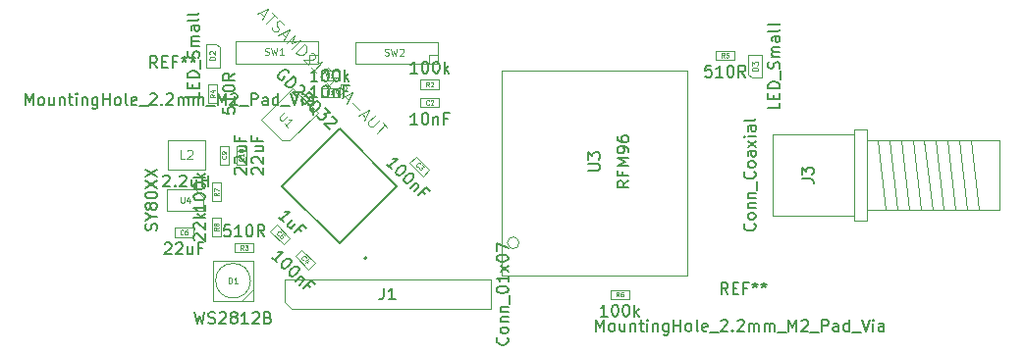
<source format=gbr>
%TF.GenerationSoftware,KiCad,Pcbnew,(5.1.6)-1*%
%TF.CreationDate,2020-12-01T11:19:40+01:00*%
%TF.ProjectId,LoRa_Dongle,4c6f5261-5f44-46f6-9e67-6c652e6b6963,rev?*%
%TF.SameCoordinates,Original*%
%TF.FileFunction,Other,Fab,Top*%
%FSLAX46Y46*%
G04 Gerber Fmt 4.6, Leading zero omitted, Abs format (unit mm)*
G04 Created by KiCad (PCBNEW (5.1.6)-1) date 2020-12-01 11:19:40*
%MOMM*%
%LPD*%
G01*
G04 APERTURE LIST*
%ADD10C,0.200000*%
%ADD11C,0.127000*%
%ADD12C,0.100000*%
%ADD13C,0.120000*%
%ADD14C,0.015000*%
%ADD15C,0.150000*%
%ADD16C,0.060000*%
%ADD17C,0.080000*%
%ADD18C,0.075000*%
G04 APERTURE END LIST*
D10*
%TO.C,U2*%
X42201200Y50078002D02*
G75*
G03*
X42201200Y50078002I-100000J0D01*
G01*
D11*
X39852600Y61236147D02*
X44802347Y56286400D01*
X34902853Y56286400D02*
X39852600Y51336653D01*
X39852600Y61236147D02*
X34902853Y56286400D01*
X44802347Y56286400D02*
X39852600Y51336653D01*
D12*
%TO.C,C1*%
X38239800Y65462200D02*
X38239800Y66262200D01*
X38239800Y66262200D02*
X39839800Y66262200D01*
X39839800Y66262200D02*
X39839800Y65462200D01*
X39839800Y65462200D02*
X38239800Y65462200D01*
%TO.C,C2*%
X48450400Y63100000D02*
X46850400Y63100000D01*
X48450400Y63900000D02*
X48450400Y63100000D01*
X46850400Y63900000D02*
X48450400Y63900000D01*
X46850400Y63100000D02*
X46850400Y63900000D01*
%TO.C,C3*%
X45912872Y58296443D02*
X46478557Y58862128D01*
X46478557Y58862128D02*
X47609928Y57730757D01*
X47609928Y57730757D02*
X47044243Y57165072D01*
X47044243Y57165072D02*
X45912872Y58296443D01*
%TO.C,C4*%
X37163643Y49113272D02*
X36032272Y50244643D01*
X37729328Y49678957D02*
X37163643Y49113272D01*
X36597957Y50810328D02*
X37729328Y49678957D01*
X36032272Y50244643D02*
X36597957Y50810328D01*
%TO.C,C5*%
X34464357Y52943928D02*
X35595728Y51812557D01*
X33898672Y52378243D02*
X34464357Y52943928D01*
X35030043Y51246872D02*
X33898672Y52378243D01*
X35595728Y51812557D02*
X35030043Y51246872D01*
%TO.C,C6*%
X25641400Y51898600D02*
X25641400Y52698600D01*
X25641400Y52698600D02*
X27241400Y52698600D01*
X27241400Y52698600D02*
X27241400Y51898600D01*
X27241400Y51898600D02*
X25641400Y51898600D01*
%TO.C,C9*%
X30321200Y58178800D02*
X29521200Y58178800D01*
X29521200Y58178800D02*
X29521200Y59778800D01*
X29521200Y59778800D02*
X30321200Y59778800D01*
X30321200Y59778800D02*
X30321200Y58178800D01*
%TO.C,C10*%
X31819800Y59778800D02*
X31819800Y58178800D01*
X31019800Y59778800D02*
X31819800Y59778800D01*
X31019800Y58178800D02*
X31019800Y59778800D01*
X31819800Y58178800D02*
X31019800Y58178800D01*
%TO.C,D1*%
X32433200Y47383000D02*
X31433200Y46383000D01*
X28933200Y49883000D02*
X28933200Y46383000D01*
X28933200Y46383000D02*
X32433200Y46383000D01*
X32433200Y46383000D02*
X32433200Y49883000D01*
X32433200Y49883000D02*
X28933200Y49883000D01*
X32183200Y48133000D02*
G75*
G03*
X32183200Y48133000I-1500000J0D01*
G01*
%TO.C,D2*%
X29530600Y66564000D02*
X29530600Y68264000D01*
X29530600Y68264000D02*
X29230600Y68564000D01*
X29230600Y68564000D02*
X28330600Y68564000D01*
X28330600Y68564000D02*
X28330600Y66564000D01*
X28330600Y66564000D02*
X29530600Y66564000D01*
%TO.C,D3*%
X76317400Y67649600D02*
X75117400Y67649600D01*
X76317400Y65649600D02*
X76317400Y67649600D01*
X75417400Y65649600D02*
X76317400Y65649600D01*
X75117400Y65949600D02*
X75417400Y65649600D01*
X75117400Y67649600D02*
X75117400Y65949600D01*
%TO.C,J3*%
X84239400Y60751600D02*
X84239400Y53751600D01*
X84239400Y60751600D02*
X77239400Y60751600D01*
X77239400Y60751600D02*
X77239400Y53751600D01*
X84239400Y53751600D02*
X77239400Y53751600D01*
X96789400Y60251600D02*
X96789400Y54251600D01*
X96789400Y60251600D02*
X85359400Y60251600D01*
X96789400Y54251600D02*
X85359400Y54251600D01*
X84239400Y53351600D02*
X85359400Y53351600D01*
X85359400Y53351600D02*
X85359400Y61151600D01*
X85359400Y61151600D02*
X84239400Y61151600D01*
X84239400Y61151600D02*
X84239400Y53351600D01*
X86289400Y60251600D02*
X86989400Y54251600D01*
X87289400Y60251600D02*
X87989400Y54251600D01*
X88289400Y60251600D02*
X88989400Y54251600D01*
X89289400Y60251600D02*
X89989400Y54251600D01*
X90289400Y60251600D02*
X90989400Y54251600D01*
X91289400Y60251600D02*
X91989400Y54251600D01*
X92289400Y60251600D02*
X92989400Y54251600D01*
X93289400Y60251600D02*
X93989400Y54251600D01*
X94289400Y60251600D02*
X94989400Y54251600D01*
%TO.C,L2*%
X25044600Y57728800D02*
X25044600Y60228800D01*
X25044600Y60228800D02*
X28244600Y60228800D01*
X28244600Y60228800D02*
X28244600Y57728800D01*
X28244600Y57728800D02*
X25044600Y57728800D01*
%TO.C,R1*%
X38239800Y64789000D02*
X39839800Y64789000D01*
X38239800Y63989000D02*
X38239800Y64789000D01*
X39839800Y63989000D02*
X38239800Y63989000D01*
X39839800Y64789000D02*
X39839800Y63989000D01*
%TO.C,R2*%
X46850400Y65474800D02*
X48450400Y65474800D01*
X46850400Y64674800D02*
X46850400Y65474800D01*
X48450400Y64674800D02*
X46850400Y64674800D01*
X48450400Y65474800D02*
X48450400Y64674800D01*
%TO.C,R3*%
X32448400Y51377800D02*
X32448400Y50577800D01*
X32448400Y50577800D02*
X30848400Y50577800D01*
X30848400Y50577800D02*
X30848400Y51377800D01*
X30848400Y51377800D02*
X32448400Y51377800D01*
%TO.C,R4*%
X29330600Y65087400D02*
X29330600Y63487400D01*
X28530600Y65087400D02*
X29330600Y65087400D01*
X28530600Y63487400D02*
X28530600Y65087400D01*
X29330600Y63487400D02*
X28530600Y63487400D01*
%TO.C,R5*%
X72326600Y67189400D02*
X72326600Y67989400D01*
X72326600Y67989400D02*
X73926600Y67989400D01*
X73926600Y67989400D02*
X73926600Y67189400D01*
X73926600Y67189400D02*
X72326600Y67189400D01*
%TO.C,R6*%
X63233400Y46539200D02*
X63233400Y47339200D01*
X63233400Y47339200D02*
X64833400Y47339200D01*
X64833400Y47339200D02*
X64833400Y46539200D01*
X64833400Y46539200D02*
X63233400Y46539200D01*
%TO.C,R7*%
X28860800Y54978400D02*
X28860800Y56578400D01*
X29660800Y54978400D02*
X28860800Y54978400D01*
X29660800Y56578400D02*
X29660800Y54978400D01*
X28860800Y56578400D02*
X29660800Y56578400D01*
%TO.C,R8*%
X28860800Y53581200D02*
X29660800Y53581200D01*
X29660800Y53581200D02*
X29660800Y51981200D01*
X29660800Y51981200D02*
X28860800Y51981200D01*
X28860800Y51981200D02*
X28860800Y53581200D01*
D13*
%TO.C,SW1*%
X37287200Y67640200D02*
X37287200Y66878200D01*
X38049200Y67640200D02*
X37287200Y67640200D01*
X30937200Y66878200D02*
X38049200Y66878200D01*
X30937200Y68783200D02*
X30937200Y66878200D01*
X31064200Y68783200D02*
X30937200Y68783200D01*
X38049200Y68783200D02*
X31064200Y68783200D01*
X38049200Y66878200D02*
X38049200Y68783200D01*
%TO.C,SW2*%
X48387000Y66827400D02*
X48387000Y68732400D01*
X48387000Y68732400D02*
X41402000Y68732400D01*
X41402000Y68732400D02*
X41275000Y68732400D01*
X41275000Y68732400D02*
X41275000Y66827400D01*
X41275000Y66827400D02*
X48387000Y66827400D01*
X48387000Y67589400D02*
X47625000Y67589400D01*
X47625000Y67589400D02*
X47625000Y66827400D01*
D12*
%TO.C,U1*%
X34876247Y60259033D02*
X35583353Y60259033D01*
X37978748Y62654428D02*
X35583353Y60259033D01*
X35857428Y64775748D02*
X37978748Y62654428D01*
X33108480Y62026800D02*
X35857428Y64775748D01*
X34876247Y60259033D02*
X33108480Y62026800D01*
%TO.C,U3*%
X55349000Y51404000D02*
G75*
G03*
X55349000Y51404000I-500000J0D01*
G01*
X53849000Y48554000D02*
X53849000Y66254000D01*
X53849000Y66254000D02*
X69849000Y66254000D01*
X69849000Y66254000D02*
X69849000Y48554000D01*
X69849000Y48554000D02*
X53849000Y48554000D01*
%TO.C,U4*%
X27468400Y55992600D02*
X28118400Y55342600D01*
X28118400Y54192600D02*
X28118400Y55342600D01*
X27468400Y55992600D02*
X25018400Y55992600D01*
X25018400Y54192600D02*
X25018400Y55992600D01*
X28118400Y54192600D02*
X25018400Y54192600D01*
%TO.C,J1*%
X35128200Y46329600D02*
X35128200Y48234600D01*
X35128200Y48234600D02*
X52908200Y48234600D01*
X52908200Y48234600D02*
X52908200Y45694600D01*
X52908200Y45694600D02*
X35763200Y45694600D01*
X35763200Y45694600D02*
X35128200Y46329600D01*
%TD*%
%TO.C,U2*%
D14*
X33032555Y71306526D02*
X33369272Y70969809D01*
X32763181Y71171839D02*
X33705990Y71643244D01*
X33234585Y70700435D01*
X34076379Y71272854D02*
X34480440Y70868793D01*
X33571303Y70363717D02*
X34278409Y71070824D01*
X34009035Y69993328D02*
X34076379Y69858641D01*
X34244738Y69690282D01*
X34345753Y69656610D01*
X34413096Y69656610D01*
X34514112Y69690282D01*
X34581455Y69757626D01*
X34615127Y69858641D01*
X34615127Y69925984D01*
X34581455Y70027000D01*
X34480440Y70195358D01*
X34446768Y70296374D01*
X34446768Y70363717D01*
X34480440Y70464732D01*
X34547783Y70532076D01*
X34648799Y70565748D01*
X34716142Y70565748D01*
X34817157Y70532076D01*
X34985516Y70363717D01*
X35052860Y70229030D01*
X34850829Y69488252D02*
X35187547Y69151534D01*
X34581455Y69353565D02*
X35524264Y69824969D01*
X35052860Y68882160D01*
X35288562Y68646458D02*
X35995669Y69353565D01*
X35726295Y68612786D01*
X36467073Y68882160D01*
X35759967Y68175053D01*
X36096684Y67838336D02*
X36803791Y68545442D01*
X36972150Y68377084D01*
X37039493Y68242397D01*
X37039493Y68107710D01*
X37005821Y68006694D01*
X36904806Y67838336D01*
X36803791Y67737320D01*
X36635432Y67636305D01*
X36534417Y67602633D01*
X36399730Y67602633D01*
X36265043Y67669977D01*
X36096684Y67838336D01*
X37409882Y67804664D02*
X37477226Y67804664D01*
X37578241Y67770992D01*
X37746600Y67602633D01*
X37780272Y67501618D01*
X37780272Y67434275D01*
X37746600Y67333259D01*
X37679256Y67265916D01*
X37544569Y67198572D01*
X36736447Y67198572D01*
X37174180Y66760840D01*
X37847615Y66087405D02*
X37443554Y66491466D01*
X37645585Y66289435D02*
X38352691Y66996542D01*
X38184333Y66962870D01*
X38049646Y66962870D01*
X37948630Y66996542D01*
X38521050Y66154748D02*
X38756752Y65919046D01*
X38487378Y65447641D02*
X38150661Y65784359D01*
X38857768Y66491466D01*
X39194485Y66154748D01*
X39160813Y64774206D02*
X38756752Y65178267D01*
X38958783Y64976237D02*
X39665890Y65683344D01*
X39497531Y65649672D01*
X39362844Y65649672D01*
X39261829Y65683344D01*
X39968935Y64774206D02*
X39935264Y64875222D01*
X39935264Y64942565D01*
X39968935Y65043580D01*
X40002607Y65077252D01*
X40103622Y65110924D01*
X40170966Y65110924D01*
X40271981Y65077252D01*
X40406668Y64942565D01*
X40440340Y64841550D01*
X40440340Y64774206D01*
X40406668Y64673191D01*
X40372996Y64639519D01*
X40271981Y64605848D01*
X40204638Y64605848D01*
X40103622Y64639519D01*
X39968935Y64774206D01*
X39867920Y64807878D01*
X39800577Y64807878D01*
X39699561Y64774206D01*
X39564874Y64639519D01*
X39531203Y64538504D01*
X39531203Y64471161D01*
X39564874Y64370145D01*
X39699561Y64235458D01*
X39800577Y64201787D01*
X39867920Y64201787D01*
X39968935Y64235458D01*
X40103622Y64370145D01*
X40137294Y64471161D01*
X40137294Y64538504D01*
X40103622Y64639519D01*
X40305653Y64033428D02*
X40642370Y63696710D01*
X40036279Y63898741D02*
X40979088Y64370145D01*
X40507683Y63427336D01*
X41012760Y63461008D02*
X41551508Y62922260D01*
X41787210Y62551871D02*
X42123928Y62215153D01*
X41517836Y62417184D02*
X42460645Y62888588D01*
X41989241Y61945779D01*
X42932050Y62417184D02*
X42359630Y61844764D01*
X42325958Y61743749D01*
X42325958Y61676405D01*
X42359630Y61575390D01*
X42494317Y61440703D01*
X42595332Y61407031D01*
X42662676Y61407031D01*
X42763691Y61440703D01*
X43336111Y62013123D01*
X43571813Y61777420D02*
X43975874Y61373359D01*
X43066737Y60868283D02*
X43773843Y61575390D01*
%TO.C,REF\u002A\u002A*%
D15*
X61991838Y43769419D02*
X61991838Y44769419D01*
X62325171Y44055133D01*
X62658504Y44769419D01*
X62658504Y43769419D01*
X63277552Y43769419D02*
X63182314Y43817038D01*
X63134695Y43864657D01*
X63087076Y43959895D01*
X63087076Y44245609D01*
X63134695Y44340847D01*
X63182314Y44388466D01*
X63277552Y44436085D01*
X63420409Y44436085D01*
X63515647Y44388466D01*
X63563266Y44340847D01*
X63610885Y44245609D01*
X63610885Y43959895D01*
X63563266Y43864657D01*
X63515647Y43817038D01*
X63420409Y43769419D01*
X63277552Y43769419D01*
X64468028Y44436085D02*
X64468028Y43769419D01*
X64039457Y44436085D02*
X64039457Y43912276D01*
X64087076Y43817038D01*
X64182314Y43769419D01*
X64325171Y43769419D01*
X64420409Y43817038D01*
X64468028Y43864657D01*
X64944219Y44436085D02*
X64944219Y43769419D01*
X64944219Y44340847D02*
X64991838Y44388466D01*
X65087076Y44436085D01*
X65229933Y44436085D01*
X65325171Y44388466D01*
X65372790Y44293228D01*
X65372790Y43769419D01*
X65706123Y44436085D02*
X66087076Y44436085D01*
X65848980Y44769419D02*
X65848980Y43912276D01*
X65896600Y43817038D01*
X65991838Y43769419D01*
X66087076Y43769419D01*
X66420409Y43769419D02*
X66420409Y44436085D01*
X66420409Y44769419D02*
X66372790Y44721800D01*
X66420409Y44674180D01*
X66468028Y44721800D01*
X66420409Y44769419D01*
X66420409Y44674180D01*
X66896600Y44436085D02*
X66896600Y43769419D01*
X66896600Y44340847D02*
X66944219Y44388466D01*
X67039457Y44436085D01*
X67182314Y44436085D01*
X67277552Y44388466D01*
X67325171Y44293228D01*
X67325171Y43769419D01*
X68229933Y44436085D02*
X68229933Y43626561D01*
X68182314Y43531323D01*
X68134695Y43483704D01*
X68039457Y43436085D01*
X67896600Y43436085D01*
X67801361Y43483704D01*
X68229933Y43817038D02*
X68134695Y43769419D01*
X67944219Y43769419D01*
X67848980Y43817038D01*
X67801361Y43864657D01*
X67753742Y43959895D01*
X67753742Y44245609D01*
X67801361Y44340847D01*
X67848980Y44388466D01*
X67944219Y44436085D01*
X68134695Y44436085D01*
X68229933Y44388466D01*
X68706123Y43769419D02*
X68706123Y44769419D01*
X68706123Y44293228D02*
X69277552Y44293228D01*
X69277552Y43769419D02*
X69277552Y44769419D01*
X69896600Y43769419D02*
X69801361Y43817038D01*
X69753742Y43864657D01*
X69706123Y43959895D01*
X69706123Y44245609D01*
X69753742Y44340847D01*
X69801361Y44388466D01*
X69896600Y44436085D01*
X70039457Y44436085D01*
X70134695Y44388466D01*
X70182314Y44340847D01*
X70229933Y44245609D01*
X70229933Y43959895D01*
X70182314Y43864657D01*
X70134695Y43817038D01*
X70039457Y43769419D01*
X69896600Y43769419D01*
X70801361Y43769419D02*
X70706123Y43817038D01*
X70658504Y43912276D01*
X70658504Y44769419D01*
X71563266Y43817038D02*
X71468028Y43769419D01*
X71277552Y43769419D01*
X71182314Y43817038D01*
X71134695Y43912276D01*
X71134695Y44293228D01*
X71182314Y44388466D01*
X71277552Y44436085D01*
X71468028Y44436085D01*
X71563266Y44388466D01*
X71610885Y44293228D01*
X71610885Y44197990D01*
X71134695Y44102752D01*
X71801361Y43674180D02*
X72563266Y43674180D01*
X72753742Y44674180D02*
X72801361Y44721800D01*
X72896600Y44769419D01*
X73134695Y44769419D01*
X73229933Y44721800D01*
X73277552Y44674180D01*
X73325171Y44578942D01*
X73325171Y44483704D01*
X73277552Y44340847D01*
X72706123Y43769419D01*
X73325171Y43769419D01*
X73753742Y43864657D02*
X73801361Y43817038D01*
X73753742Y43769419D01*
X73706123Y43817038D01*
X73753742Y43864657D01*
X73753742Y43769419D01*
X74182314Y44674180D02*
X74229933Y44721800D01*
X74325171Y44769419D01*
X74563266Y44769419D01*
X74658504Y44721800D01*
X74706123Y44674180D01*
X74753742Y44578942D01*
X74753742Y44483704D01*
X74706123Y44340847D01*
X74134695Y43769419D01*
X74753742Y43769419D01*
X75182314Y43769419D02*
X75182314Y44436085D01*
X75182314Y44340847D02*
X75229933Y44388466D01*
X75325171Y44436085D01*
X75468028Y44436085D01*
X75563266Y44388466D01*
X75610885Y44293228D01*
X75610885Y43769419D01*
X75610885Y44293228D02*
X75658504Y44388466D01*
X75753742Y44436085D01*
X75896600Y44436085D01*
X75991838Y44388466D01*
X76039457Y44293228D01*
X76039457Y43769419D01*
X76515647Y43769419D02*
X76515647Y44436085D01*
X76515647Y44340847D02*
X76563266Y44388466D01*
X76658504Y44436085D01*
X76801361Y44436085D01*
X76896600Y44388466D01*
X76944219Y44293228D01*
X76944219Y43769419D01*
X76944219Y44293228D02*
X76991838Y44388466D01*
X77087076Y44436085D01*
X77229933Y44436085D01*
X77325171Y44388466D01*
X77372790Y44293228D01*
X77372790Y43769419D01*
X77610885Y43674180D02*
X78372790Y43674180D01*
X78610885Y43769419D02*
X78610885Y44769419D01*
X78944219Y44055133D01*
X79277552Y44769419D01*
X79277552Y43769419D01*
X79706123Y44674180D02*
X79753742Y44721800D01*
X79848980Y44769419D01*
X80087076Y44769419D01*
X80182314Y44721800D01*
X80229933Y44674180D01*
X80277552Y44578942D01*
X80277552Y44483704D01*
X80229933Y44340847D01*
X79658504Y43769419D01*
X80277552Y43769419D01*
X80468028Y43674180D02*
X81229933Y43674180D01*
X81468028Y43769419D02*
X81468028Y44769419D01*
X81848980Y44769419D01*
X81944219Y44721800D01*
X81991838Y44674180D01*
X82039457Y44578942D01*
X82039457Y44436085D01*
X81991838Y44340847D01*
X81944219Y44293228D01*
X81848980Y44245609D01*
X81468028Y44245609D01*
X82896600Y43769419D02*
X82896600Y44293228D01*
X82848980Y44388466D01*
X82753742Y44436085D01*
X82563266Y44436085D01*
X82468028Y44388466D01*
X82896600Y43817038D02*
X82801361Y43769419D01*
X82563266Y43769419D01*
X82468028Y43817038D01*
X82420409Y43912276D01*
X82420409Y44007514D01*
X82468028Y44102752D01*
X82563266Y44150371D01*
X82801361Y44150371D01*
X82896600Y44197990D01*
X83801361Y43769419D02*
X83801361Y44769419D01*
X83801361Y43817038D02*
X83706123Y43769419D01*
X83515647Y43769419D01*
X83420409Y43817038D01*
X83372790Y43864657D01*
X83325171Y43959895D01*
X83325171Y44245609D01*
X83372790Y44340847D01*
X83420409Y44388466D01*
X83515647Y44436085D01*
X83706123Y44436085D01*
X83801361Y44388466D01*
X84039457Y43674180D02*
X84801361Y43674180D01*
X84896600Y44769419D02*
X85229933Y43769419D01*
X85563266Y44769419D01*
X85896600Y43769419D02*
X85896600Y44436085D01*
X85896600Y44769419D02*
X85848980Y44721800D01*
X85896600Y44674180D01*
X85944219Y44721800D01*
X85896600Y44769419D01*
X85896600Y44674180D01*
X86801361Y43769419D02*
X86801361Y44293228D01*
X86753742Y44388466D01*
X86658504Y44436085D01*
X86468028Y44436085D01*
X86372790Y44388466D01*
X86801361Y43817038D02*
X86706123Y43769419D01*
X86468028Y43769419D01*
X86372790Y43817038D01*
X86325171Y43912276D01*
X86325171Y44007514D01*
X86372790Y44102752D01*
X86468028Y44150371D01*
X86706123Y44150371D01*
X86801361Y44197990D01*
X73363266Y46969419D02*
X73029933Y47445609D01*
X72791838Y46969419D02*
X72791838Y47969419D01*
X73172790Y47969419D01*
X73268028Y47921800D01*
X73315647Y47874180D01*
X73363266Y47778942D01*
X73363266Y47636085D01*
X73315647Y47540847D01*
X73268028Y47493228D01*
X73172790Y47445609D01*
X72791838Y47445609D01*
X73791838Y47493228D02*
X74125171Y47493228D01*
X74268028Y46969419D02*
X73791838Y46969419D01*
X73791838Y47969419D01*
X74268028Y47969419D01*
X75029933Y47493228D02*
X74696600Y47493228D01*
X74696600Y46969419D02*
X74696600Y47969419D01*
X75172790Y47969419D01*
X75696600Y47969419D02*
X75696600Y47731323D01*
X75458504Y47826561D02*
X75696600Y47731323D01*
X75934695Y47826561D01*
X75553742Y47540847D02*
X75696600Y47731323D01*
X75839457Y47540847D01*
X76458504Y47969419D02*
X76458504Y47731323D01*
X76220409Y47826561D02*
X76458504Y47731323D01*
X76696600Y47826561D01*
X76315647Y47540847D02*
X76458504Y47731323D01*
X76601361Y47540847D01*
X12766638Y63302019D02*
X12766638Y64302019D01*
X13099971Y63587733D01*
X13433304Y64302019D01*
X13433304Y63302019D01*
X14052352Y63302019D02*
X13957114Y63349638D01*
X13909495Y63397257D01*
X13861876Y63492495D01*
X13861876Y63778209D01*
X13909495Y63873447D01*
X13957114Y63921066D01*
X14052352Y63968685D01*
X14195209Y63968685D01*
X14290447Y63921066D01*
X14338066Y63873447D01*
X14385685Y63778209D01*
X14385685Y63492495D01*
X14338066Y63397257D01*
X14290447Y63349638D01*
X14195209Y63302019D01*
X14052352Y63302019D01*
X15242828Y63968685D02*
X15242828Y63302019D01*
X14814257Y63968685D02*
X14814257Y63444876D01*
X14861876Y63349638D01*
X14957114Y63302019D01*
X15099971Y63302019D01*
X15195209Y63349638D01*
X15242828Y63397257D01*
X15719019Y63968685D02*
X15719019Y63302019D01*
X15719019Y63873447D02*
X15766638Y63921066D01*
X15861876Y63968685D01*
X16004733Y63968685D01*
X16099971Y63921066D01*
X16147590Y63825828D01*
X16147590Y63302019D01*
X16480923Y63968685D02*
X16861876Y63968685D01*
X16623780Y64302019D02*
X16623780Y63444876D01*
X16671399Y63349638D01*
X16766638Y63302019D01*
X16861876Y63302019D01*
X17195209Y63302019D02*
X17195209Y63968685D01*
X17195209Y64302019D02*
X17147590Y64254400D01*
X17195209Y64206780D01*
X17242828Y64254400D01*
X17195209Y64302019D01*
X17195209Y64206780D01*
X17671399Y63968685D02*
X17671399Y63302019D01*
X17671399Y63873447D02*
X17719019Y63921066D01*
X17814257Y63968685D01*
X17957114Y63968685D01*
X18052352Y63921066D01*
X18099971Y63825828D01*
X18099971Y63302019D01*
X19004733Y63968685D02*
X19004733Y63159161D01*
X18957114Y63063923D01*
X18909495Y63016304D01*
X18814257Y62968685D01*
X18671399Y62968685D01*
X18576161Y63016304D01*
X19004733Y63349638D02*
X18909495Y63302019D01*
X18719019Y63302019D01*
X18623780Y63349638D01*
X18576161Y63397257D01*
X18528542Y63492495D01*
X18528542Y63778209D01*
X18576161Y63873447D01*
X18623780Y63921066D01*
X18719019Y63968685D01*
X18909495Y63968685D01*
X19004733Y63921066D01*
X19480923Y63302019D02*
X19480923Y64302019D01*
X19480923Y63825828D02*
X20052352Y63825828D01*
X20052352Y63302019D02*
X20052352Y64302019D01*
X20671399Y63302019D02*
X20576161Y63349638D01*
X20528542Y63397257D01*
X20480923Y63492495D01*
X20480923Y63778209D01*
X20528542Y63873447D01*
X20576161Y63921066D01*
X20671399Y63968685D01*
X20814257Y63968685D01*
X20909495Y63921066D01*
X20957114Y63873447D01*
X21004733Y63778209D01*
X21004733Y63492495D01*
X20957114Y63397257D01*
X20909495Y63349638D01*
X20814257Y63302019D01*
X20671399Y63302019D01*
X21576161Y63302019D02*
X21480923Y63349638D01*
X21433304Y63444876D01*
X21433304Y64302019D01*
X22338066Y63349638D02*
X22242828Y63302019D01*
X22052352Y63302019D01*
X21957114Y63349638D01*
X21909495Y63444876D01*
X21909495Y63825828D01*
X21957114Y63921066D01*
X22052352Y63968685D01*
X22242828Y63968685D01*
X22338066Y63921066D01*
X22385685Y63825828D01*
X22385685Y63730590D01*
X21909495Y63635352D01*
X22576161Y63206780D02*
X23338066Y63206780D01*
X23528542Y64206780D02*
X23576161Y64254400D01*
X23671399Y64302019D01*
X23909495Y64302019D01*
X24004733Y64254400D01*
X24052352Y64206780D01*
X24099971Y64111542D01*
X24099971Y64016304D01*
X24052352Y63873447D01*
X23480923Y63302019D01*
X24099971Y63302019D01*
X24528542Y63397257D02*
X24576161Y63349638D01*
X24528542Y63302019D01*
X24480923Y63349638D01*
X24528542Y63397257D01*
X24528542Y63302019D01*
X24957114Y64206780D02*
X25004733Y64254400D01*
X25099971Y64302019D01*
X25338066Y64302019D01*
X25433304Y64254400D01*
X25480923Y64206780D01*
X25528542Y64111542D01*
X25528542Y64016304D01*
X25480923Y63873447D01*
X24909495Y63302019D01*
X25528542Y63302019D01*
X25957114Y63302019D02*
X25957114Y63968685D01*
X25957114Y63873447D02*
X26004733Y63921066D01*
X26099971Y63968685D01*
X26242828Y63968685D01*
X26338066Y63921066D01*
X26385685Y63825828D01*
X26385685Y63302019D01*
X26385685Y63825828D02*
X26433304Y63921066D01*
X26528542Y63968685D01*
X26671399Y63968685D01*
X26766638Y63921066D01*
X26814257Y63825828D01*
X26814257Y63302019D01*
X27290447Y63302019D02*
X27290447Y63968685D01*
X27290447Y63873447D02*
X27338066Y63921066D01*
X27433304Y63968685D01*
X27576161Y63968685D01*
X27671399Y63921066D01*
X27719019Y63825828D01*
X27719019Y63302019D01*
X27719019Y63825828D02*
X27766638Y63921066D01*
X27861876Y63968685D01*
X28004733Y63968685D01*
X28099971Y63921066D01*
X28147590Y63825828D01*
X28147590Y63302019D01*
X28385685Y63206780D02*
X29147590Y63206780D01*
X29385685Y63302019D02*
X29385685Y64302019D01*
X29719019Y63587733D01*
X30052352Y64302019D01*
X30052352Y63302019D01*
X30480923Y64206780D02*
X30528542Y64254400D01*
X30623780Y64302019D01*
X30861876Y64302019D01*
X30957114Y64254400D01*
X31004733Y64206780D01*
X31052352Y64111542D01*
X31052352Y64016304D01*
X31004733Y63873447D01*
X30433304Y63302019D01*
X31052352Y63302019D01*
X31242828Y63206780D02*
X32004733Y63206780D01*
X32242828Y63302019D02*
X32242828Y64302019D01*
X32623780Y64302019D01*
X32719019Y64254400D01*
X32766638Y64206780D01*
X32814257Y64111542D01*
X32814257Y63968685D01*
X32766638Y63873447D01*
X32719019Y63825828D01*
X32623780Y63778209D01*
X32242828Y63778209D01*
X33671399Y63302019D02*
X33671399Y63825828D01*
X33623780Y63921066D01*
X33528542Y63968685D01*
X33338066Y63968685D01*
X33242828Y63921066D01*
X33671399Y63349638D02*
X33576161Y63302019D01*
X33338066Y63302019D01*
X33242828Y63349638D01*
X33195209Y63444876D01*
X33195209Y63540114D01*
X33242828Y63635352D01*
X33338066Y63682971D01*
X33576161Y63682971D01*
X33671399Y63730590D01*
X34576161Y63302019D02*
X34576161Y64302019D01*
X34576161Y63349638D02*
X34480923Y63302019D01*
X34290447Y63302019D01*
X34195209Y63349638D01*
X34147590Y63397257D01*
X34099971Y63492495D01*
X34099971Y63778209D01*
X34147590Y63873447D01*
X34195209Y63921066D01*
X34290447Y63968685D01*
X34480923Y63968685D01*
X34576161Y63921066D01*
X34814257Y63206780D02*
X35576161Y63206780D01*
X35671399Y64302019D02*
X36004733Y63302019D01*
X36338066Y64302019D01*
X36671399Y63302019D02*
X36671399Y63968685D01*
X36671399Y64302019D02*
X36623780Y64254400D01*
X36671399Y64206780D01*
X36719019Y64254400D01*
X36671399Y64302019D01*
X36671399Y64206780D01*
X37576161Y63302019D02*
X37576161Y63825828D01*
X37528542Y63921066D01*
X37433304Y63968685D01*
X37242828Y63968685D01*
X37147590Y63921066D01*
X37576161Y63349638D02*
X37480923Y63302019D01*
X37242828Y63302019D01*
X37147590Y63349638D01*
X37099971Y63444876D01*
X37099971Y63540114D01*
X37147590Y63635352D01*
X37242828Y63682971D01*
X37480923Y63682971D01*
X37576161Y63730590D01*
X24138066Y66502019D02*
X23804733Y66978209D01*
X23566638Y66502019D02*
X23566638Y67502019D01*
X23947590Y67502019D01*
X24042828Y67454400D01*
X24090447Y67406780D01*
X24138066Y67311542D01*
X24138066Y67168685D01*
X24090447Y67073447D01*
X24042828Y67025828D01*
X23947590Y66978209D01*
X23566638Y66978209D01*
X24566638Y67025828D02*
X24899971Y67025828D01*
X25042828Y66502019D02*
X24566638Y66502019D01*
X24566638Y67502019D01*
X25042828Y67502019D01*
X25804733Y67025828D02*
X25471400Y67025828D01*
X25471400Y66502019D02*
X25471400Y67502019D01*
X25947590Y67502019D01*
X26471400Y67502019D02*
X26471400Y67263923D01*
X26233304Y67359161D02*
X26471400Y67263923D01*
X26709495Y67359161D01*
X26328542Y67073447D02*
X26471400Y67263923D01*
X26614257Y67073447D01*
X27233304Y67502019D02*
X27233304Y67263923D01*
X26995209Y67359161D02*
X27233304Y67263923D01*
X27471400Y67359161D01*
X27090447Y67073447D02*
X27233304Y67263923D01*
X27376161Y67073447D01*
%TO.C,C1*%
X37968371Y63979819D02*
X37396942Y63979819D01*
X37682657Y63979819D02*
X37682657Y64979819D01*
X37587419Y64836961D01*
X37492180Y64741723D01*
X37396942Y64694104D01*
X38587419Y64979819D02*
X38682657Y64979819D01*
X38777895Y64932200D01*
X38825514Y64884580D01*
X38873133Y64789342D01*
X38920752Y64598866D01*
X38920752Y64360771D01*
X38873133Y64170295D01*
X38825514Y64075057D01*
X38777895Y64027438D01*
X38682657Y63979819D01*
X38587419Y63979819D01*
X38492180Y64027438D01*
X38444561Y64075057D01*
X38396942Y64170295D01*
X38349323Y64360771D01*
X38349323Y64598866D01*
X38396942Y64789342D01*
X38444561Y64884580D01*
X38492180Y64932200D01*
X38587419Y64979819D01*
X39349323Y64646485D02*
X39349323Y63979819D01*
X39349323Y64551247D02*
X39396942Y64598866D01*
X39492180Y64646485D01*
X39635038Y64646485D01*
X39730276Y64598866D01*
X39777895Y64503628D01*
X39777895Y63979819D01*
X40587419Y64503628D02*
X40254085Y64503628D01*
X40254085Y63979819D02*
X40254085Y64979819D01*
X40730276Y64979819D01*
D16*
X38973133Y65719342D02*
X38954085Y65700295D01*
X38896942Y65681247D01*
X38858847Y65681247D01*
X38801704Y65700295D01*
X38763609Y65738390D01*
X38744561Y65776485D01*
X38725514Y65852676D01*
X38725514Y65909819D01*
X38744561Y65986009D01*
X38763609Y66024104D01*
X38801704Y66062200D01*
X38858847Y66081247D01*
X38896942Y66081247D01*
X38954085Y66062200D01*
X38973133Y66043152D01*
X39354085Y65681247D02*
X39125514Y65681247D01*
X39239800Y65681247D02*
X39239800Y66081247D01*
X39201704Y66024104D01*
X39163609Y65986009D01*
X39125514Y65966961D01*
%TO.C,C2*%
D15*
X46578971Y61617619D02*
X46007542Y61617619D01*
X46293257Y61617619D02*
X46293257Y62617619D01*
X46198019Y62474761D01*
X46102780Y62379523D01*
X46007542Y62331904D01*
X47198019Y62617619D02*
X47293257Y62617619D01*
X47388495Y62570000D01*
X47436114Y62522380D01*
X47483733Y62427142D01*
X47531352Y62236666D01*
X47531352Y61998571D01*
X47483733Y61808095D01*
X47436114Y61712857D01*
X47388495Y61665238D01*
X47293257Y61617619D01*
X47198019Y61617619D01*
X47102780Y61665238D01*
X47055161Y61712857D01*
X47007542Y61808095D01*
X46959923Y61998571D01*
X46959923Y62236666D01*
X47007542Y62427142D01*
X47055161Y62522380D01*
X47102780Y62570000D01*
X47198019Y62617619D01*
X47959923Y62284285D02*
X47959923Y61617619D01*
X47959923Y62189047D02*
X48007542Y62236666D01*
X48102780Y62284285D01*
X48245638Y62284285D01*
X48340876Y62236666D01*
X48388495Y62141428D01*
X48388495Y61617619D01*
X49198019Y62141428D02*
X48864685Y62141428D01*
X48864685Y61617619D02*
X48864685Y62617619D01*
X49340876Y62617619D01*
D16*
X47583733Y63357142D02*
X47564685Y63338095D01*
X47507542Y63319047D01*
X47469447Y63319047D01*
X47412304Y63338095D01*
X47374209Y63376190D01*
X47355161Y63414285D01*
X47336114Y63490476D01*
X47336114Y63547619D01*
X47355161Y63623809D01*
X47374209Y63661904D01*
X47412304Y63700000D01*
X47469447Y63719047D01*
X47507542Y63719047D01*
X47564685Y63700000D01*
X47583733Y63680952D01*
X47736114Y63680952D02*
X47755161Y63700000D01*
X47793257Y63719047D01*
X47888495Y63719047D01*
X47926590Y63700000D01*
X47945638Y63680952D01*
X47964685Y63642857D01*
X47964685Y63604761D01*
X47945638Y63547619D01*
X47717066Y63319047D01*
X47964685Y63319047D01*
%TO.C,C3*%
D15*
X44336023Y57776887D02*
X43931962Y58180948D01*
X44133992Y57978917D02*
X44841099Y58686024D01*
X44672740Y58652352D01*
X44538053Y58652352D01*
X44437038Y58686024D01*
X45480862Y58046261D02*
X45548206Y57978917D01*
X45581878Y57877902D01*
X45581878Y57810559D01*
X45548206Y57709543D01*
X45447191Y57541185D01*
X45278832Y57372826D01*
X45110473Y57271811D01*
X45009458Y57238139D01*
X44942114Y57238139D01*
X44841099Y57271811D01*
X44773756Y57339154D01*
X44740084Y57440169D01*
X44740084Y57507513D01*
X44773756Y57608528D01*
X44874771Y57776887D01*
X45043130Y57945246D01*
X45211488Y58046261D01*
X45312504Y58079933D01*
X45379847Y58079933D01*
X45480862Y58046261D01*
X46154298Y57372826D02*
X46221641Y57305482D01*
X46255313Y57204467D01*
X46255313Y57137124D01*
X46221641Y57036108D01*
X46120626Y56867749D01*
X45952267Y56699391D01*
X45783908Y56598375D01*
X45682893Y56564704D01*
X45615549Y56564704D01*
X45514534Y56598375D01*
X45447191Y56665719D01*
X45413519Y56766734D01*
X45413519Y56834078D01*
X45447191Y56935093D01*
X45548206Y57103452D01*
X45716565Y57271811D01*
X45884924Y57372826D01*
X45985939Y57406498D01*
X46053282Y57406498D01*
X46154298Y57372826D01*
X46457343Y56598375D02*
X45985939Y56126971D01*
X46390000Y56531032D02*
X46457343Y56531032D01*
X46558359Y56497360D01*
X46659374Y56396345D01*
X46693046Y56295330D01*
X46659374Y56194314D01*
X46288985Y55823925D01*
X47231794Y55621895D02*
X46996091Y55857597D01*
X46625702Y55487208D02*
X47332809Y56194314D01*
X47669526Y55857597D01*
D16*
X46613244Y57959725D02*
X46586306Y57959725D01*
X46532432Y57986662D01*
X46505494Y58013600D01*
X46478557Y58067474D01*
X46478557Y58121349D01*
X46492025Y58161755D01*
X46532432Y58229099D01*
X46572838Y58269505D01*
X46640181Y58309911D01*
X46680587Y58323380D01*
X46734462Y58323380D01*
X46788337Y58296442D01*
X46815274Y58269505D01*
X46842212Y58215630D01*
X46842212Y58188693D01*
X46963430Y58121349D02*
X47138523Y57946256D01*
X46936493Y57932787D01*
X46976899Y57892381D01*
X46990367Y57851975D01*
X46990367Y57825038D01*
X46976899Y57784632D01*
X46909555Y57717288D01*
X46869149Y57703819D01*
X46842212Y57703819D01*
X46801806Y57717288D01*
X46720993Y57798100D01*
X46707525Y57838506D01*
X46707525Y57865444D01*
%TO.C,C4*%
D15*
X34455423Y49725087D02*
X34051362Y50129148D01*
X34253392Y49927117D02*
X34960499Y50634224D01*
X34792140Y50600552D01*
X34657453Y50600552D01*
X34556438Y50634224D01*
X35600262Y49994461D02*
X35667606Y49927117D01*
X35701278Y49826102D01*
X35701278Y49758759D01*
X35667606Y49657743D01*
X35566591Y49489385D01*
X35398232Y49321026D01*
X35229873Y49220011D01*
X35128858Y49186339D01*
X35061514Y49186339D01*
X34960499Y49220011D01*
X34893156Y49287354D01*
X34859484Y49388369D01*
X34859484Y49455713D01*
X34893156Y49556728D01*
X34994171Y49725087D01*
X35162530Y49893446D01*
X35330888Y49994461D01*
X35431904Y50028133D01*
X35499247Y50028133D01*
X35600262Y49994461D01*
X36273698Y49321026D02*
X36341041Y49253682D01*
X36374713Y49152667D01*
X36374713Y49085324D01*
X36341041Y48984308D01*
X36240026Y48815949D01*
X36071667Y48647591D01*
X35903308Y48546575D01*
X35802293Y48512904D01*
X35734949Y48512904D01*
X35633934Y48546575D01*
X35566591Y48613919D01*
X35532919Y48714934D01*
X35532919Y48782278D01*
X35566591Y48883293D01*
X35667606Y49051652D01*
X35835965Y49220011D01*
X36004324Y49321026D01*
X36105339Y49354698D01*
X36172682Y49354698D01*
X36273698Y49321026D01*
X36576743Y48546575D02*
X36105339Y48075171D01*
X36509400Y48479232D02*
X36576743Y48479232D01*
X36677759Y48445560D01*
X36778774Y48344545D01*
X36812446Y48243530D01*
X36778774Y48142514D01*
X36408385Y47772125D01*
X37351194Y47570095D02*
X37115491Y47805797D01*
X36745102Y47435408D02*
X37452209Y48142514D01*
X37788926Y47805797D01*
D16*
X36732644Y49907925D02*
X36705706Y49907925D01*
X36651832Y49934862D01*
X36624894Y49961800D01*
X36597957Y50015674D01*
X36597957Y50069549D01*
X36611425Y50109955D01*
X36651832Y50177299D01*
X36692238Y50217705D01*
X36759581Y50258111D01*
X36799987Y50271580D01*
X36853862Y50271580D01*
X36907737Y50244642D01*
X36934674Y50217705D01*
X36961612Y50163830D01*
X36961612Y50136893D01*
X37136705Y49827112D02*
X36948143Y49638551D01*
X37177111Y50002206D02*
X36907737Y49867519D01*
X37082830Y49692425D01*
%TO.C,C5*%
D15*
X35017584Y53207578D02*
X34613523Y53611639D01*
X34815553Y53409608D02*
X35522660Y54116715D01*
X35354301Y54083043D01*
X35219614Y54083043D01*
X35118599Y54116715D01*
X36095080Y53072891D02*
X35623675Y52601486D01*
X35792034Y53375937D02*
X35421645Y53005547D01*
X35387973Y52904532D01*
X35421645Y52803517D01*
X35522660Y52702501D01*
X35623675Y52668830D01*
X35691019Y52668830D01*
X36566485Y52399456D02*
X36330782Y52635158D01*
X35960393Y52264769D02*
X36667500Y52971875D01*
X37004217Y52635158D01*
D16*
X34599044Y52041525D02*
X34572106Y52041525D01*
X34518232Y52068462D01*
X34491294Y52095400D01*
X34464357Y52149274D01*
X34464357Y52203149D01*
X34477825Y52243555D01*
X34518232Y52310899D01*
X34558638Y52351305D01*
X34625981Y52391711D01*
X34666387Y52405180D01*
X34720262Y52405180D01*
X34774137Y52378242D01*
X34801074Y52351305D01*
X34828012Y52297430D01*
X34828012Y52270493D01*
X35110854Y52041525D02*
X34976167Y52176212D01*
X34828012Y52054993D01*
X34854949Y52054993D01*
X34895355Y52041525D01*
X34962699Y51974181D01*
X34976167Y51933775D01*
X34976167Y51906838D01*
X34962699Y51866432D01*
X34895355Y51799088D01*
X34854949Y51785619D01*
X34828012Y51785619D01*
X34787606Y51799088D01*
X34720262Y51866432D01*
X34706793Y51906838D01*
X34706793Y51933775D01*
%TO.C,C6*%
D15*
X24798542Y51320980D02*
X24846161Y51368600D01*
X24941400Y51416219D01*
X25179495Y51416219D01*
X25274733Y51368600D01*
X25322352Y51320980D01*
X25369971Y51225742D01*
X25369971Y51130504D01*
X25322352Y50987647D01*
X24750923Y50416219D01*
X25369971Y50416219D01*
X25750923Y51320980D02*
X25798542Y51368600D01*
X25893780Y51416219D01*
X26131876Y51416219D01*
X26227114Y51368600D01*
X26274733Y51320980D01*
X26322352Y51225742D01*
X26322352Y51130504D01*
X26274733Y50987647D01*
X25703304Y50416219D01*
X26322352Y50416219D01*
X27179495Y51082885D02*
X27179495Y50416219D01*
X26750923Y51082885D02*
X26750923Y50559076D01*
X26798542Y50463838D01*
X26893780Y50416219D01*
X27036638Y50416219D01*
X27131876Y50463838D01*
X27179495Y50511457D01*
X27989019Y50940028D02*
X27655685Y50940028D01*
X27655685Y50416219D02*
X27655685Y51416219D01*
X28131876Y51416219D01*
D16*
X26374733Y52155742D02*
X26355685Y52136695D01*
X26298542Y52117647D01*
X26260447Y52117647D01*
X26203304Y52136695D01*
X26165209Y52174790D01*
X26146161Y52212885D01*
X26127114Y52289076D01*
X26127114Y52346219D01*
X26146161Y52422409D01*
X26165209Y52460504D01*
X26203304Y52498600D01*
X26260447Y52517647D01*
X26298542Y52517647D01*
X26355685Y52498600D01*
X26374733Y52479552D01*
X26717590Y52517647D02*
X26641400Y52517647D01*
X26603304Y52498600D01*
X26584257Y52479552D01*
X26546161Y52422409D01*
X26527114Y52346219D01*
X26527114Y52193838D01*
X26546161Y52155742D01*
X26565209Y52136695D01*
X26603304Y52117647D01*
X26679495Y52117647D01*
X26717590Y52136695D01*
X26736638Y52155742D01*
X26755685Y52193838D01*
X26755685Y52289076D01*
X26736638Y52327171D01*
X26717590Y52346219D01*
X26679495Y52365266D01*
X26603304Y52365266D01*
X26565209Y52346219D01*
X26546161Y52327171D01*
X26527114Y52289076D01*
%TO.C,C9*%
D15*
X30898819Y57335942D02*
X30851200Y57383561D01*
X30803580Y57478800D01*
X30803580Y57716895D01*
X30851200Y57812133D01*
X30898819Y57859752D01*
X30994057Y57907371D01*
X31089295Y57907371D01*
X31232152Y57859752D01*
X31803580Y57288323D01*
X31803580Y57907371D01*
X30898819Y58288323D02*
X30851200Y58335942D01*
X30803580Y58431180D01*
X30803580Y58669276D01*
X30851200Y58764514D01*
X30898819Y58812133D01*
X30994057Y58859752D01*
X31089295Y58859752D01*
X31232152Y58812133D01*
X31803580Y58240704D01*
X31803580Y58859752D01*
X31136914Y59716895D02*
X31803580Y59716895D01*
X31136914Y59288323D02*
X31660723Y59288323D01*
X31755961Y59335942D01*
X31803580Y59431180D01*
X31803580Y59574038D01*
X31755961Y59669276D01*
X31708342Y59716895D01*
X31279771Y60526419D02*
X31279771Y60193085D01*
X31803580Y60193085D02*
X30803580Y60193085D01*
X30803580Y60669276D01*
D16*
X30064057Y58912133D02*
X30083104Y58893085D01*
X30102152Y58835942D01*
X30102152Y58797847D01*
X30083104Y58740704D01*
X30045009Y58702609D01*
X30006914Y58683561D01*
X29930723Y58664514D01*
X29873580Y58664514D01*
X29797390Y58683561D01*
X29759295Y58702609D01*
X29721200Y58740704D01*
X29702152Y58797847D01*
X29702152Y58835942D01*
X29721200Y58893085D01*
X29740247Y58912133D01*
X30102152Y59102609D02*
X30102152Y59178800D01*
X30083104Y59216895D01*
X30064057Y59235942D01*
X30006914Y59274038D01*
X29930723Y59293085D01*
X29778342Y59293085D01*
X29740247Y59274038D01*
X29721200Y59254990D01*
X29702152Y59216895D01*
X29702152Y59140704D01*
X29721200Y59102609D01*
X29740247Y59083561D01*
X29778342Y59064514D01*
X29873580Y59064514D01*
X29911676Y59083561D01*
X29930723Y59102609D01*
X29949771Y59140704D01*
X29949771Y59216895D01*
X29930723Y59254990D01*
X29911676Y59274038D01*
X29873580Y59293085D01*
%TO.C,C10*%
D15*
X32397419Y57335942D02*
X32349800Y57383561D01*
X32302180Y57478800D01*
X32302180Y57716895D01*
X32349800Y57812133D01*
X32397419Y57859752D01*
X32492657Y57907371D01*
X32587895Y57907371D01*
X32730752Y57859752D01*
X33302180Y57288323D01*
X33302180Y57907371D01*
X32397419Y58288323D02*
X32349800Y58335942D01*
X32302180Y58431180D01*
X32302180Y58669276D01*
X32349800Y58764514D01*
X32397419Y58812133D01*
X32492657Y58859752D01*
X32587895Y58859752D01*
X32730752Y58812133D01*
X33302180Y58240704D01*
X33302180Y58859752D01*
X32635514Y59716895D02*
X33302180Y59716895D01*
X32635514Y59288323D02*
X33159323Y59288323D01*
X33254561Y59335942D01*
X33302180Y59431180D01*
X33302180Y59574038D01*
X33254561Y59669276D01*
X33206942Y59716895D01*
X32778371Y60526419D02*
X32778371Y60193085D01*
X33302180Y60193085D02*
X32302180Y60193085D01*
X32302180Y60669276D01*
D16*
X31562657Y58721657D02*
X31581704Y58702609D01*
X31600752Y58645466D01*
X31600752Y58607371D01*
X31581704Y58550228D01*
X31543609Y58512133D01*
X31505514Y58493085D01*
X31429323Y58474038D01*
X31372180Y58474038D01*
X31295990Y58493085D01*
X31257895Y58512133D01*
X31219800Y58550228D01*
X31200752Y58607371D01*
X31200752Y58645466D01*
X31219800Y58702609D01*
X31238847Y58721657D01*
X31600752Y59102609D02*
X31600752Y58874038D01*
X31600752Y58988323D02*
X31200752Y58988323D01*
X31257895Y58950228D01*
X31295990Y58912133D01*
X31315038Y58874038D01*
X31200752Y59350228D02*
X31200752Y59388323D01*
X31219800Y59426419D01*
X31238847Y59445466D01*
X31276942Y59464514D01*
X31353133Y59483561D01*
X31448371Y59483561D01*
X31524561Y59464514D01*
X31562657Y59445466D01*
X31581704Y59426419D01*
X31600752Y59388323D01*
X31600752Y59350228D01*
X31581704Y59312133D01*
X31562657Y59293085D01*
X31524561Y59274038D01*
X31448371Y59254990D01*
X31353133Y59254990D01*
X31276942Y59274038D01*
X31238847Y59293085D01*
X31219800Y59312133D01*
X31200752Y59350228D01*
%TO.C,D1*%
D15*
X27373676Y45430619D02*
X27611771Y44430619D01*
X27802247Y45144904D01*
X27992723Y44430619D01*
X28230819Y45430619D01*
X28564152Y44478238D02*
X28707009Y44430619D01*
X28945104Y44430619D01*
X29040342Y44478238D01*
X29087961Y44525857D01*
X29135580Y44621095D01*
X29135580Y44716333D01*
X29087961Y44811571D01*
X29040342Y44859190D01*
X28945104Y44906809D01*
X28754628Y44954428D01*
X28659390Y45002047D01*
X28611771Y45049666D01*
X28564152Y45144904D01*
X28564152Y45240142D01*
X28611771Y45335380D01*
X28659390Y45383000D01*
X28754628Y45430619D01*
X28992723Y45430619D01*
X29135580Y45383000D01*
X29516533Y45335380D02*
X29564152Y45383000D01*
X29659390Y45430619D01*
X29897485Y45430619D01*
X29992723Y45383000D01*
X30040342Y45335380D01*
X30087961Y45240142D01*
X30087961Y45144904D01*
X30040342Y45002047D01*
X29468914Y44430619D01*
X30087961Y44430619D01*
X30659390Y45002047D02*
X30564152Y45049666D01*
X30516533Y45097285D01*
X30468914Y45192523D01*
X30468914Y45240142D01*
X30516533Y45335380D01*
X30564152Y45383000D01*
X30659390Y45430619D01*
X30849866Y45430619D01*
X30945104Y45383000D01*
X30992723Y45335380D01*
X31040342Y45240142D01*
X31040342Y45192523D01*
X30992723Y45097285D01*
X30945104Y45049666D01*
X30849866Y45002047D01*
X30659390Y45002047D01*
X30564152Y44954428D01*
X30516533Y44906809D01*
X30468914Y44811571D01*
X30468914Y44621095D01*
X30516533Y44525857D01*
X30564152Y44478238D01*
X30659390Y44430619D01*
X30849866Y44430619D01*
X30945104Y44478238D01*
X30992723Y44525857D01*
X31040342Y44621095D01*
X31040342Y44811571D01*
X30992723Y44906809D01*
X30945104Y44954428D01*
X30849866Y45002047D01*
X31992723Y44430619D02*
X31421295Y44430619D01*
X31707009Y44430619D02*
X31707009Y45430619D01*
X31611771Y45287761D01*
X31516533Y45192523D01*
X31421295Y45144904D01*
X32373676Y45335380D02*
X32421295Y45383000D01*
X32516533Y45430619D01*
X32754628Y45430619D01*
X32849866Y45383000D01*
X32897485Y45335380D01*
X32945104Y45240142D01*
X32945104Y45144904D01*
X32897485Y45002047D01*
X32326057Y44430619D01*
X32945104Y44430619D01*
X33707009Y44954428D02*
X33849866Y44906809D01*
X33897485Y44859190D01*
X33945104Y44763952D01*
X33945104Y44621095D01*
X33897485Y44525857D01*
X33849866Y44478238D01*
X33754628Y44430619D01*
X33373676Y44430619D01*
X33373676Y45430619D01*
X33707009Y45430619D01*
X33802247Y45383000D01*
X33849866Y45335380D01*
X33897485Y45240142D01*
X33897485Y45144904D01*
X33849866Y45049666D01*
X33802247Y45002047D01*
X33707009Y44954428D01*
X33373676Y44954428D01*
D12*
X30314152Y47906809D02*
X30314152Y48406809D01*
X30433200Y48406809D01*
X30504628Y48383000D01*
X30552247Y48335380D01*
X30576057Y48287761D01*
X30599866Y48192523D01*
X30599866Y48121095D01*
X30576057Y48025857D01*
X30552247Y47978238D01*
X30504628Y47930619D01*
X30433200Y47906809D01*
X30314152Y47906809D01*
X31076057Y47906809D02*
X30790342Y47906809D01*
X30933200Y47906809D02*
X30933200Y48406809D01*
X30885580Y48335380D01*
X30837961Y48287761D01*
X30790342Y48263952D01*
%TO.C,D2*%
D15*
X27732980Y64421142D02*
X27732980Y63944952D01*
X26732980Y63944952D01*
X27209171Y64754476D02*
X27209171Y65087809D01*
X27732980Y65230666D02*
X27732980Y64754476D01*
X26732980Y64754476D01*
X26732980Y65230666D01*
X27732980Y65659238D02*
X26732980Y65659238D01*
X26732980Y65897333D01*
X26780600Y66040190D01*
X26875838Y66135428D01*
X26971076Y66183047D01*
X27161552Y66230666D01*
X27304409Y66230666D01*
X27494885Y66183047D01*
X27590123Y66135428D01*
X27685361Y66040190D01*
X27732980Y65897333D01*
X27732980Y65659238D01*
X27828219Y66421142D02*
X27828219Y67183047D01*
X27685361Y67373523D02*
X27732980Y67516380D01*
X27732980Y67754476D01*
X27685361Y67849714D01*
X27637742Y67897333D01*
X27542504Y67944952D01*
X27447266Y67944952D01*
X27352028Y67897333D01*
X27304409Y67849714D01*
X27256790Y67754476D01*
X27209171Y67564000D01*
X27161552Y67468761D01*
X27113933Y67421142D01*
X27018695Y67373523D01*
X26923457Y67373523D01*
X26828219Y67421142D01*
X26780600Y67468761D01*
X26732980Y67564000D01*
X26732980Y67802095D01*
X26780600Y67944952D01*
X27732980Y68373523D02*
X27066314Y68373523D01*
X27161552Y68373523D02*
X27113933Y68421142D01*
X27066314Y68516380D01*
X27066314Y68659238D01*
X27113933Y68754476D01*
X27209171Y68802095D01*
X27732980Y68802095D01*
X27209171Y68802095D02*
X27113933Y68849714D01*
X27066314Y68944952D01*
X27066314Y69087809D01*
X27113933Y69183047D01*
X27209171Y69230666D01*
X27732980Y69230666D01*
X27732980Y70135428D02*
X27209171Y70135428D01*
X27113933Y70087809D01*
X27066314Y69992571D01*
X27066314Y69802095D01*
X27113933Y69706857D01*
X27685361Y70135428D02*
X27732980Y70040190D01*
X27732980Y69802095D01*
X27685361Y69706857D01*
X27590123Y69659238D01*
X27494885Y69659238D01*
X27399647Y69706857D01*
X27352028Y69802095D01*
X27352028Y70040190D01*
X27304409Y70135428D01*
X27732980Y70754476D02*
X27685361Y70659238D01*
X27590123Y70611619D01*
X26732980Y70611619D01*
X27732980Y71278285D02*
X27685361Y71183047D01*
X27590123Y71135428D01*
X26732980Y71135428D01*
D17*
X29156790Y67194952D02*
X28656790Y67194952D01*
X28656790Y67314000D01*
X28680600Y67385428D01*
X28728219Y67433047D01*
X28775838Y67456857D01*
X28871076Y67480666D01*
X28942504Y67480666D01*
X29037742Y67456857D01*
X29085361Y67433047D01*
X29132980Y67385428D01*
X29156790Y67314000D01*
X29156790Y67194952D01*
X28704409Y67671142D02*
X28680600Y67694952D01*
X28656790Y67742571D01*
X28656790Y67861619D01*
X28680600Y67909238D01*
X28704409Y67933047D01*
X28752028Y67956857D01*
X28799647Y67956857D01*
X28871076Y67933047D01*
X29156790Y67647333D01*
X29156790Y67956857D01*
%TO.C,D3*%
D15*
X77819780Y63506742D02*
X77819780Y63030552D01*
X76819780Y63030552D01*
X77295971Y63840076D02*
X77295971Y64173409D01*
X77819780Y64316266D02*
X77819780Y63840076D01*
X76819780Y63840076D01*
X76819780Y64316266D01*
X77819780Y64744838D02*
X76819780Y64744838D01*
X76819780Y64982933D01*
X76867400Y65125790D01*
X76962638Y65221028D01*
X77057876Y65268647D01*
X77248352Y65316266D01*
X77391209Y65316266D01*
X77581685Y65268647D01*
X77676923Y65221028D01*
X77772161Y65125790D01*
X77819780Y64982933D01*
X77819780Y64744838D01*
X77915019Y65506742D02*
X77915019Y66268647D01*
X77772161Y66459123D02*
X77819780Y66601980D01*
X77819780Y66840076D01*
X77772161Y66935314D01*
X77724542Y66982933D01*
X77629304Y67030552D01*
X77534066Y67030552D01*
X77438828Y66982933D01*
X77391209Y66935314D01*
X77343590Y66840076D01*
X77295971Y66649600D01*
X77248352Y66554361D01*
X77200733Y66506742D01*
X77105495Y66459123D01*
X77010257Y66459123D01*
X76915019Y66506742D01*
X76867400Y66554361D01*
X76819780Y66649600D01*
X76819780Y66887695D01*
X76867400Y67030552D01*
X77819780Y67459123D02*
X77153114Y67459123D01*
X77248352Y67459123D02*
X77200733Y67506742D01*
X77153114Y67601980D01*
X77153114Y67744838D01*
X77200733Y67840076D01*
X77295971Y67887695D01*
X77819780Y67887695D01*
X77295971Y67887695D02*
X77200733Y67935314D01*
X77153114Y68030552D01*
X77153114Y68173409D01*
X77200733Y68268647D01*
X77295971Y68316266D01*
X77819780Y68316266D01*
X77819780Y69221028D02*
X77295971Y69221028D01*
X77200733Y69173409D01*
X77153114Y69078171D01*
X77153114Y68887695D01*
X77200733Y68792457D01*
X77772161Y69221028D02*
X77819780Y69125790D01*
X77819780Y68887695D01*
X77772161Y68792457D01*
X77676923Y68744838D01*
X77581685Y68744838D01*
X77486447Y68792457D01*
X77438828Y68887695D01*
X77438828Y69125790D01*
X77391209Y69221028D01*
X77819780Y69840076D02*
X77772161Y69744838D01*
X77676923Y69697219D01*
X76819780Y69697219D01*
X77819780Y70363885D02*
X77772161Y70268647D01*
X77676923Y70221028D01*
X76819780Y70221028D01*
D17*
X75943590Y66280552D02*
X75443590Y66280552D01*
X75443590Y66399600D01*
X75467400Y66471028D01*
X75515019Y66518647D01*
X75562638Y66542457D01*
X75657876Y66566266D01*
X75729304Y66566266D01*
X75824542Y66542457D01*
X75872161Y66518647D01*
X75919780Y66471028D01*
X75943590Y66399600D01*
X75943590Y66280552D01*
X75443590Y66732933D02*
X75443590Y67042457D01*
X75634066Y66875790D01*
X75634066Y66947219D01*
X75657876Y66994838D01*
X75681685Y67018647D01*
X75729304Y67042457D01*
X75848352Y67042457D01*
X75895971Y67018647D01*
X75919780Y66994838D01*
X75943590Y66947219D01*
X75943590Y66804361D01*
X75919780Y66756742D01*
X75895971Y66732933D01*
%TO.C,J3*%
D15*
X75646542Y53061123D02*
X75694161Y53013504D01*
X75741780Y52870647D01*
X75741780Y52775409D01*
X75694161Y52632552D01*
X75598923Y52537314D01*
X75503685Y52489695D01*
X75313209Y52442076D01*
X75170352Y52442076D01*
X74979876Y52489695D01*
X74884638Y52537314D01*
X74789400Y52632552D01*
X74741780Y52775409D01*
X74741780Y52870647D01*
X74789400Y53013504D01*
X74837019Y53061123D01*
X75741780Y53632552D02*
X75694161Y53537314D01*
X75646542Y53489695D01*
X75551304Y53442076D01*
X75265590Y53442076D01*
X75170352Y53489695D01*
X75122733Y53537314D01*
X75075114Y53632552D01*
X75075114Y53775409D01*
X75122733Y53870647D01*
X75170352Y53918266D01*
X75265590Y53965885D01*
X75551304Y53965885D01*
X75646542Y53918266D01*
X75694161Y53870647D01*
X75741780Y53775409D01*
X75741780Y53632552D01*
X75075114Y54394457D02*
X75741780Y54394457D01*
X75170352Y54394457D02*
X75122733Y54442076D01*
X75075114Y54537314D01*
X75075114Y54680171D01*
X75122733Y54775409D01*
X75217971Y54823028D01*
X75741780Y54823028D01*
X75075114Y55299219D02*
X75741780Y55299219D01*
X75170352Y55299219D02*
X75122733Y55346838D01*
X75075114Y55442076D01*
X75075114Y55584933D01*
X75122733Y55680171D01*
X75217971Y55727790D01*
X75741780Y55727790D01*
X75837019Y55965885D02*
X75837019Y56727790D01*
X75646542Y57537314D02*
X75694161Y57489695D01*
X75741780Y57346838D01*
X75741780Y57251600D01*
X75694161Y57108742D01*
X75598923Y57013504D01*
X75503685Y56965885D01*
X75313209Y56918266D01*
X75170352Y56918266D01*
X74979876Y56965885D01*
X74884638Y57013504D01*
X74789400Y57108742D01*
X74741780Y57251600D01*
X74741780Y57346838D01*
X74789400Y57489695D01*
X74837019Y57537314D01*
X75741780Y58108742D02*
X75694161Y58013504D01*
X75646542Y57965885D01*
X75551304Y57918266D01*
X75265590Y57918266D01*
X75170352Y57965885D01*
X75122733Y58013504D01*
X75075114Y58108742D01*
X75075114Y58251600D01*
X75122733Y58346838D01*
X75170352Y58394457D01*
X75265590Y58442076D01*
X75551304Y58442076D01*
X75646542Y58394457D01*
X75694161Y58346838D01*
X75741780Y58251600D01*
X75741780Y58108742D01*
X75741780Y59299219D02*
X75217971Y59299219D01*
X75122733Y59251600D01*
X75075114Y59156361D01*
X75075114Y58965885D01*
X75122733Y58870647D01*
X75694161Y59299219D02*
X75741780Y59203980D01*
X75741780Y58965885D01*
X75694161Y58870647D01*
X75598923Y58823028D01*
X75503685Y58823028D01*
X75408447Y58870647D01*
X75360828Y58965885D01*
X75360828Y59203980D01*
X75313209Y59299219D01*
X75741780Y59680171D02*
X75075114Y60203980D01*
X75075114Y59680171D02*
X75741780Y60203980D01*
X75741780Y60584933D02*
X75075114Y60584933D01*
X74741780Y60584933D02*
X74789400Y60537314D01*
X74837019Y60584933D01*
X74789400Y60632552D01*
X74741780Y60584933D01*
X74837019Y60584933D01*
X75741780Y61489695D02*
X75217971Y61489695D01*
X75122733Y61442076D01*
X75075114Y61346838D01*
X75075114Y61156361D01*
X75122733Y61061123D01*
X75694161Y61489695D02*
X75741780Y61394457D01*
X75741780Y61156361D01*
X75694161Y61061123D01*
X75598923Y61013504D01*
X75503685Y61013504D01*
X75408447Y61061123D01*
X75360828Y61156361D01*
X75360828Y61394457D01*
X75313209Y61489695D01*
X75741780Y62108742D02*
X75694161Y62013504D01*
X75598923Y61965885D01*
X74741780Y61965885D01*
X79741780Y56918266D02*
X80456066Y56918266D01*
X80598923Y56870647D01*
X80694161Y56775409D01*
X80741780Y56632552D01*
X80741780Y56537314D01*
X79741780Y57299219D02*
X79741780Y57918266D01*
X80122733Y57584933D01*
X80122733Y57727790D01*
X80170352Y57823028D01*
X80217971Y57870647D01*
X80313209Y57918266D01*
X80551304Y57918266D01*
X80646542Y57870647D01*
X80694161Y57823028D01*
X80741780Y57727790D01*
X80741780Y57442076D01*
X80694161Y57346838D01*
X80646542Y57299219D01*
%TO.C,L2*%
X24668409Y57151180D02*
X24716028Y57198800D01*
X24811266Y57246419D01*
X25049361Y57246419D01*
X25144600Y57198800D01*
X25192219Y57151180D01*
X25239838Y57055942D01*
X25239838Y56960704D01*
X25192219Y56817847D01*
X24620790Y56246419D01*
X25239838Y56246419D01*
X25668409Y56341657D02*
X25716028Y56294038D01*
X25668409Y56246419D01*
X25620790Y56294038D01*
X25668409Y56341657D01*
X25668409Y56246419D01*
X26096980Y57151180D02*
X26144600Y57198800D01*
X26239838Y57246419D01*
X26477933Y57246419D01*
X26573171Y57198800D01*
X26620790Y57151180D01*
X26668409Y57055942D01*
X26668409Y56960704D01*
X26620790Y56817847D01*
X26049361Y56246419D01*
X26668409Y56246419D01*
X27525552Y56913085D02*
X27525552Y56246419D01*
X27096980Y56913085D02*
X27096980Y56389276D01*
X27144600Y56294038D01*
X27239838Y56246419D01*
X27382695Y56246419D01*
X27477933Y56294038D01*
X27525552Y56341657D01*
X28001742Y56246419D02*
X28001742Y57246419D01*
X28001742Y56770228D02*
X28573171Y56770228D01*
X28573171Y56246419D02*
X28573171Y57246419D01*
D13*
X26511266Y58616895D02*
X26130314Y58616895D01*
X26130314Y59416895D01*
X26739838Y59340704D02*
X26777933Y59378800D01*
X26854123Y59416895D01*
X27044600Y59416895D01*
X27120790Y59378800D01*
X27158885Y59340704D01*
X27196980Y59264514D01*
X27196980Y59188323D01*
X27158885Y59074038D01*
X26701742Y58616895D01*
X27196980Y58616895D01*
%TO.C,R1*%
D15*
X37968371Y65366619D02*
X37396942Y65366619D01*
X37682657Y65366619D02*
X37682657Y66366619D01*
X37587419Y66223761D01*
X37492180Y66128523D01*
X37396942Y66080904D01*
X38587419Y66366619D02*
X38682657Y66366619D01*
X38777895Y66319000D01*
X38825514Y66271380D01*
X38873133Y66176142D01*
X38920752Y65985666D01*
X38920752Y65747571D01*
X38873133Y65557095D01*
X38825514Y65461857D01*
X38777895Y65414238D01*
X38682657Y65366619D01*
X38587419Y65366619D01*
X38492180Y65414238D01*
X38444561Y65461857D01*
X38396942Y65557095D01*
X38349323Y65747571D01*
X38349323Y65985666D01*
X38396942Y66176142D01*
X38444561Y66271380D01*
X38492180Y66319000D01*
X38587419Y66366619D01*
X39539800Y66366619D02*
X39635038Y66366619D01*
X39730276Y66319000D01*
X39777895Y66271380D01*
X39825514Y66176142D01*
X39873133Y65985666D01*
X39873133Y65747571D01*
X39825514Y65557095D01*
X39777895Y65461857D01*
X39730276Y65414238D01*
X39635038Y65366619D01*
X39539800Y65366619D01*
X39444561Y65414238D01*
X39396942Y65461857D01*
X39349323Y65557095D01*
X39301704Y65747571D01*
X39301704Y65985666D01*
X39349323Y66176142D01*
X39396942Y66271380D01*
X39444561Y66319000D01*
X39539800Y66366619D01*
X40301704Y65366619D02*
X40301704Y66366619D01*
X40396942Y65747571D02*
X40682657Y65366619D01*
X40682657Y66033285D02*
X40301704Y65652333D01*
D16*
X38973133Y64208047D02*
X38839800Y64398523D01*
X38744561Y64208047D02*
X38744561Y64608047D01*
X38896942Y64608047D01*
X38935038Y64589000D01*
X38954085Y64569952D01*
X38973133Y64531857D01*
X38973133Y64474714D01*
X38954085Y64436619D01*
X38935038Y64417571D01*
X38896942Y64398523D01*
X38744561Y64398523D01*
X39354085Y64208047D02*
X39125514Y64208047D01*
X39239800Y64208047D02*
X39239800Y64608047D01*
X39201704Y64550904D01*
X39163609Y64512809D01*
X39125514Y64493761D01*
%TO.C,R2*%
D15*
X46578971Y66052419D02*
X46007542Y66052419D01*
X46293257Y66052419D02*
X46293257Y67052419D01*
X46198019Y66909561D01*
X46102780Y66814323D01*
X46007542Y66766704D01*
X47198019Y67052419D02*
X47293257Y67052419D01*
X47388495Y67004800D01*
X47436114Y66957180D01*
X47483733Y66861942D01*
X47531352Y66671466D01*
X47531352Y66433371D01*
X47483733Y66242895D01*
X47436114Y66147657D01*
X47388495Y66100038D01*
X47293257Y66052419D01*
X47198019Y66052419D01*
X47102780Y66100038D01*
X47055161Y66147657D01*
X47007542Y66242895D01*
X46959923Y66433371D01*
X46959923Y66671466D01*
X47007542Y66861942D01*
X47055161Y66957180D01*
X47102780Y67004800D01*
X47198019Y67052419D01*
X48150400Y67052419D02*
X48245638Y67052419D01*
X48340876Y67004800D01*
X48388495Y66957180D01*
X48436114Y66861942D01*
X48483733Y66671466D01*
X48483733Y66433371D01*
X48436114Y66242895D01*
X48388495Y66147657D01*
X48340876Y66100038D01*
X48245638Y66052419D01*
X48150400Y66052419D01*
X48055161Y66100038D01*
X48007542Y66147657D01*
X47959923Y66242895D01*
X47912304Y66433371D01*
X47912304Y66671466D01*
X47959923Y66861942D01*
X48007542Y66957180D01*
X48055161Y67004800D01*
X48150400Y67052419D01*
X48912304Y66052419D02*
X48912304Y67052419D01*
X49007542Y66433371D02*
X49293257Y66052419D01*
X49293257Y66719085D02*
X48912304Y66338133D01*
D16*
X47583733Y64893847D02*
X47450400Y65084323D01*
X47355161Y64893847D02*
X47355161Y65293847D01*
X47507542Y65293847D01*
X47545638Y65274800D01*
X47564685Y65255752D01*
X47583733Y65217657D01*
X47583733Y65160514D01*
X47564685Y65122419D01*
X47545638Y65103371D01*
X47507542Y65084323D01*
X47355161Y65084323D01*
X47736114Y65255752D02*
X47755161Y65274800D01*
X47793257Y65293847D01*
X47888495Y65293847D01*
X47926590Y65274800D01*
X47945638Y65255752D01*
X47964685Y65217657D01*
X47964685Y65179561D01*
X47945638Y65122419D01*
X47717066Y64893847D01*
X47964685Y64893847D01*
%TO.C,R3*%
D15*
X30434114Y52955419D02*
X29957923Y52955419D01*
X29910304Y52479228D01*
X29957923Y52526847D01*
X30053161Y52574466D01*
X30291257Y52574466D01*
X30386495Y52526847D01*
X30434114Y52479228D01*
X30481733Y52383990D01*
X30481733Y52145895D01*
X30434114Y52050657D01*
X30386495Y52003038D01*
X30291257Y51955419D01*
X30053161Y51955419D01*
X29957923Y52003038D01*
X29910304Y52050657D01*
X31434114Y51955419D02*
X30862685Y51955419D01*
X31148400Y51955419D02*
X31148400Y52955419D01*
X31053161Y52812561D01*
X30957923Y52717323D01*
X30862685Y52669704D01*
X32053161Y52955419D02*
X32148400Y52955419D01*
X32243638Y52907800D01*
X32291257Y52860180D01*
X32338876Y52764942D01*
X32386495Y52574466D01*
X32386495Y52336371D01*
X32338876Y52145895D01*
X32291257Y52050657D01*
X32243638Y52003038D01*
X32148400Y51955419D01*
X32053161Y51955419D01*
X31957923Y52003038D01*
X31910304Y52050657D01*
X31862685Y52145895D01*
X31815066Y52336371D01*
X31815066Y52574466D01*
X31862685Y52764942D01*
X31910304Y52860180D01*
X31957923Y52907800D01*
X32053161Y52955419D01*
X33386495Y51955419D02*
X33053161Y52431609D01*
X32815066Y51955419D02*
X32815066Y52955419D01*
X33196019Y52955419D01*
X33291257Y52907800D01*
X33338876Y52860180D01*
X33386495Y52764942D01*
X33386495Y52622085D01*
X33338876Y52526847D01*
X33291257Y52479228D01*
X33196019Y52431609D01*
X32815066Y52431609D01*
D16*
X31581733Y50796847D02*
X31448400Y50987323D01*
X31353161Y50796847D02*
X31353161Y51196847D01*
X31505542Y51196847D01*
X31543638Y51177800D01*
X31562685Y51158752D01*
X31581733Y51120657D01*
X31581733Y51063514D01*
X31562685Y51025419D01*
X31543638Y51006371D01*
X31505542Y50987323D01*
X31353161Y50987323D01*
X31715066Y51196847D02*
X31962685Y51196847D01*
X31829352Y51044466D01*
X31886495Y51044466D01*
X31924590Y51025419D01*
X31943638Y51006371D01*
X31962685Y50968276D01*
X31962685Y50873038D01*
X31943638Y50834942D01*
X31924590Y50815895D01*
X31886495Y50796847D01*
X31772209Y50796847D01*
X31734114Y50815895D01*
X31715066Y50834942D01*
%TO.C,R4*%
D15*
X29812980Y63073114D02*
X29812980Y62596923D01*
X30289171Y62549304D01*
X30241552Y62596923D01*
X30193933Y62692161D01*
X30193933Y62930257D01*
X30241552Y63025495D01*
X30289171Y63073114D01*
X30384409Y63120733D01*
X30622504Y63120733D01*
X30717742Y63073114D01*
X30765361Y63025495D01*
X30812980Y62930257D01*
X30812980Y62692161D01*
X30765361Y62596923D01*
X30717742Y62549304D01*
X30812980Y64073114D02*
X30812980Y63501685D01*
X30812980Y63787400D02*
X29812980Y63787400D01*
X29955838Y63692161D01*
X30051076Y63596923D01*
X30098695Y63501685D01*
X29812980Y64692161D02*
X29812980Y64787400D01*
X29860600Y64882638D01*
X29908219Y64930257D01*
X30003457Y64977876D01*
X30193933Y65025495D01*
X30432028Y65025495D01*
X30622504Y64977876D01*
X30717742Y64930257D01*
X30765361Y64882638D01*
X30812980Y64787400D01*
X30812980Y64692161D01*
X30765361Y64596923D01*
X30717742Y64549304D01*
X30622504Y64501685D01*
X30432028Y64454066D01*
X30193933Y64454066D01*
X30003457Y64501685D01*
X29908219Y64549304D01*
X29860600Y64596923D01*
X29812980Y64692161D01*
X30812980Y66025495D02*
X30336790Y65692161D01*
X30812980Y65454066D02*
X29812980Y65454066D01*
X29812980Y65835019D01*
X29860600Y65930257D01*
X29908219Y65977876D01*
X30003457Y66025495D01*
X30146314Y66025495D01*
X30241552Y65977876D01*
X30289171Y65930257D01*
X30336790Y65835019D01*
X30336790Y65454066D01*
D16*
X29111552Y64220733D02*
X28921076Y64087400D01*
X29111552Y63992161D02*
X28711552Y63992161D01*
X28711552Y64144542D01*
X28730600Y64182638D01*
X28749647Y64201685D01*
X28787742Y64220733D01*
X28844885Y64220733D01*
X28882980Y64201685D01*
X28902028Y64182638D01*
X28921076Y64144542D01*
X28921076Y63992161D01*
X28844885Y64563590D02*
X29111552Y64563590D01*
X28692504Y64468352D02*
X28978219Y64373114D01*
X28978219Y64620733D01*
%TO.C,R5*%
D15*
X71912314Y66707019D02*
X71436123Y66707019D01*
X71388504Y66230828D01*
X71436123Y66278447D01*
X71531361Y66326066D01*
X71769457Y66326066D01*
X71864695Y66278447D01*
X71912314Y66230828D01*
X71959933Y66135590D01*
X71959933Y65897495D01*
X71912314Y65802257D01*
X71864695Y65754638D01*
X71769457Y65707019D01*
X71531361Y65707019D01*
X71436123Y65754638D01*
X71388504Y65802257D01*
X72912314Y65707019D02*
X72340885Y65707019D01*
X72626600Y65707019D02*
X72626600Y66707019D01*
X72531361Y66564161D01*
X72436123Y66468923D01*
X72340885Y66421304D01*
X73531361Y66707019D02*
X73626600Y66707019D01*
X73721838Y66659400D01*
X73769457Y66611780D01*
X73817076Y66516542D01*
X73864695Y66326066D01*
X73864695Y66087971D01*
X73817076Y65897495D01*
X73769457Y65802257D01*
X73721838Y65754638D01*
X73626600Y65707019D01*
X73531361Y65707019D01*
X73436123Y65754638D01*
X73388504Y65802257D01*
X73340885Y65897495D01*
X73293266Y66087971D01*
X73293266Y66326066D01*
X73340885Y66516542D01*
X73388504Y66611780D01*
X73436123Y66659400D01*
X73531361Y66707019D01*
X74864695Y65707019D02*
X74531361Y66183209D01*
X74293266Y65707019D02*
X74293266Y66707019D01*
X74674219Y66707019D01*
X74769457Y66659400D01*
X74817076Y66611780D01*
X74864695Y66516542D01*
X74864695Y66373685D01*
X74817076Y66278447D01*
X74769457Y66230828D01*
X74674219Y66183209D01*
X74293266Y66183209D01*
D16*
X73059933Y67408447D02*
X72926600Y67598923D01*
X72831361Y67408447D02*
X72831361Y67808447D01*
X72983742Y67808447D01*
X73021838Y67789400D01*
X73040885Y67770352D01*
X73059933Y67732257D01*
X73059933Y67675114D01*
X73040885Y67637019D01*
X73021838Y67617971D01*
X72983742Y67598923D01*
X72831361Y67598923D01*
X73421838Y67808447D02*
X73231361Y67808447D01*
X73212314Y67617971D01*
X73231361Y67637019D01*
X73269457Y67656066D01*
X73364695Y67656066D01*
X73402790Y67637019D01*
X73421838Y67617971D01*
X73440885Y67579876D01*
X73440885Y67484638D01*
X73421838Y67446542D01*
X73402790Y67427495D01*
X73364695Y67408447D01*
X73269457Y67408447D01*
X73231361Y67427495D01*
X73212314Y67446542D01*
%TO.C,R6*%
D15*
X62961971Y45056819D02*
X62390542Y45056819D01*
X62676257Y45056819D02*
X62676257Y46056819D01*
X62581019Y45913961D01*
X62485780Y45818723D01*
X62390542Y45771104D01*
X63581019Y46056819D02*
X63676257Y46056819D01*
X63771495Y46009200D01*
X63819114Y45961580D01*
X63866733Y45866342D01*
X63914352Y45675866D01*
X63914352Y45437771D01*
X63866733Y45247295D01*
X63819114Y45152057D01*
X63771495Y45104438D01*
X63676257Y45056819D01*
X63581019Y45056819D01*
X63485780Y45104438D01*
X63438161Y45152057D01*
X63390542Y45247295D01*
X63342923Y45437771D01*
X63342923Y45675866D01*
X63390542Y45866342D01*
X63438161Y45961580D01*
X63485780Y46009200D01*
X63581019Y46056819D01*
X64533400Y46056819D02*
X64628638Y46056819D01*
X64723876Y46009200D01*
X64771495Y45961580D01*
X64819114Y45866342D01*
X64866733Y45675866D01*
X64866733Y45437771D01*
X64819114Y45247295D01*
X64771495Y45152057D01*
X64723876Y45104438D01*
X64628638Y45056819D01*
X64533400Y45056819D01*
X64438161Y45104438D01*
X64390542Y45152057D01*
X64342923Y45247295D01*
X64295304Y45437771D01*
X64295304Y45675866D01*
X64342923Y45866342D01*
X64390542Y45961580D01*
X64438161Y46009200D01*
X64533400Y46056819D01*
X65295304Y45056819D02*
X65295304Y46056819D01*
X65390542Y45437771D02*
X65676257Y45056819D01*
X65676257Y45723485D02*
X65295304Y45342533D01*
D16*
X63966733Y46758247D02*
X63833400Y46948723D01*
X63738161Y46758247D02*
X63738161Y47158247D01*
X63890542Y47158247D01*
X63928638Y47139200D01*
X63947685Y47120152D01*
X63966733Y47082057D01*
X63966733Y47024914D01*
X63947685Y46986819D01*
X63928638Y46967771D01*
X63890542Y46948723D01*
X63738161Y46948723D01*
X64309590Y47158247D02*
X64233400Y47158247D01*
X64195304Y47139200D01*
X64176257Y47120152D01*
X64138161Y47063009D01*
X64119114Y46986819D01*
X64119114Y46834438D01*
X64138161Y46796342D01*
X64157209Y46777295D01*
X64195304Y46758247D01*
X64271495Y46758247D01*
X64309590Y46777295D01*
X64328638Y46796342D01*
X64347685Y46834438D01*
X64347685Y46929676D01*
X64328638Y46967771D01*
X64309590Y46986819D01*
X64271495Y47005866D01*
X64195304Y47005866D01*
X64157209Y46986819D01*
X64138161Y46967771D01*
X64119114Y46929676D01*
%TO.C,R7*%
D15*
X28283180Y54706971D02*
X28283180Y54135542D01*
X28283180Y54421257D02*
X27283180Y54421257D01*
X27426038Y54326019D01*
X27521276Y54230780D01*
X27568895Y54135542D01*
X27283180Y55326019D02*
X27283180Y55421257D01*
X27330800Y55516495D01*
X27378419Y55564114D01*
X27473657Y55611733D01*
X27664133Y55659352D01*
X27902228Y55659352D01*
X28092704Y55611733D01*
X28187942Y55564114D01*
X28235561Y55516495D01*
X28283180Y55421257D01*
X28283180Y55326019D01*
X28235561Y55230780D01*
X28187942Y55183161D01*
X28092704Y55135542D01*
X27902228Y55087923D01*
X27664133Y55087923D01*
X27473657Y55135542D01*
X27378419Y55183161D01*
X27330800Y55230780D01*
X27283180Y55326019D01*
X27283180Y56278400D02*
X27283180Y56373638D01*
X27330800Y56468876D01*
X27378419Y56516495D01*
X27473657Y56564114D01*
X27664133Y56611733D01*
X27902228Y56611733D01*
X28092704Y56564114D01*
X28187942Y56516495D01*
X28235561Y56468876D01*
X28283180Y56373638D01*
X28283180Y56278400D01*
X28235561Y56183161D01*
X28187942Y56135542D01*
X28092704Y56087923D01*
X27902228Y56040304D01*
X27664133Y56040304D01*
X27473657Y56087923D01*
X27378419Y56135542D01*
X27330800Y56183161D01*
X27283180Y56278400D01*
X28283180Y57040304D02*
X27283180Y57040304D01*
X27902228Y57135542D02*
X28283180Y57421257D01*
X27616514Y57421257D02*
X27997466Y57040304D01*
D16*
X29441752Y55711733D02*
X29251276Y55578400D01*
X29441752Y55483161D02*
X29041752Y55483161D01*
X29041752Y55635542D01*
X29060800Y55673638D01*
X29079847Y55692685D01*
X29117942Y55711733D01*
X29175085Y55711733D01*
X29213180Y55692685D01*
X29232228Y55673638D01*
X29251276Y55635542D01*
X29251276Y55483161D01*
X29041752Y55845066D02*
X29041752Y56111733D01*
X29441752Y55940304D01*
%TO.C,R8*%
D15*
X27378419Y51614533D02*
X27330800Y51662152D01*
X27283180Y51757390D01*
X27283180Y51995485D01*
X27330800Y52090723D01*
X27378419Y52138342D01*
X27473657Y52185961D01*
X27568895Y52185961D01*
X27711752Y52138342D01*
X28283180Y51566914D01*
X28283180Y52185961D01*
X27378419Y52566914D02*
X27330800Y52614533D01*
X27283180Y52709771D01*
X27283180Y52947866D01*
X27330800Y53043104D01*
X27378419Y53090723D01*
X27473657Y53138342D01*
X27568895Y53138342D01*
X27711752Y53090723D01*
X28283180Y52519295D01*
X28283180Y53138342D01*
X28283180Y53566914D02*
X27283180Y53566914D01*
X27902228Y53662152D02*
X28283180Y53947866D01*
X27616514Y53947866D02*
X27997466Y53566914D01*
D16*
X29441752Y52714533D02*
X29251276Y52581200D01*
X29441752Y52485961D02*
X29041752Y52485961D01*
X29041752Y52638342D01*
X29060800Y52676438D01*
X29079847Y52695485D01*
X29117942Y52714533D01*
X29175085Y52714533D01*
X29213180Y52695485D01*
X29232228Y52676438D01*
X29251276Y52638342D01*
X29251276Y52485961D01*
X29213180Y52943104D02*
X29194133Y52905009D01*
X29175085Y52885961D01*
X29136990Y52866914D01*
X29117942Y52866914D01*
X29079847Y52885961D01*
X29060800Y52905009D01*
X29041752Y52943104D01*
X29041752Y53019295D01*
X29060800Y53057390D01*
X29079847Y53076438D01*
X29117942Y53095485D01*
X29136990Y53095485D01*
X29175085Y53076438D01*
X29194133Y53057390D01*
X29213180Y53019295D01*
X29213180Y52943104D01*
X29232228Y52905009D01*
X29251276Y52885961D01*
X29289371Y52866914D01*
X29365561Y52866914D01*
X29403657Y52885961D01*
X29422704Y52905009D01*
X29441752Y52943104D01*
X29441752Y53019295D01*
X29422704Y53057390D01*
X29403657Y53076438D01*
X29365561Y53095485D01*
X29289371Y53095485D01*
X29251276Y53076438D01*
X29232228Y53057390D01*
X29213180Y53019295D01*
%TO.C,SW1*%
D12*
X33439200Y67651342D02*
X33524914Y67622771D01*
X33667771Y67622771D01*
X33724914Y67651342D01*
X33753485Y67679914D01*
X33782057Y67737057D01*
X33782057Y67794200D01*
X33753485Y67851342D01*
X33724914Y67879914D01*
X33667771Y67908485D01*
X33553485Y67937057D01*
X33496342Y67965628D01*
X33467771Y67994200D01*
X33439200Y68051342D01*
X33439200Y68108485D01*
X33467771Y68165628D01*
X33496342Y68194200D01*
X33553485Y68222771D01*
X33696342Y68222771D01*
X33782057Y68194200D01*
X33982057Y68222771D02*
X34124914Y67622771D01*
X34239200Y68051342D01*
X34353485Y67622771D01*
X34496342Y68222771D01*
X35039200Y67622771D02*
X34696342Y67622771D01*
X34867771Y67622771D02*
X34867771Y68222771D01*
X34810628Y68137057D01*
X34753485Y68079914D01*
X34696342Y68051342D01*
%TO.C,SW2*%
X43777000Y67600542D02*
X43862714Y67571971D01*
X44005571Y67571971D01*
X44062714Y67600542D01*
X44091285Y67629114D01*
X44119857Y67686257D01*
X44119857Y67743400D01*
X44091285Y67800542D01*
X44062714Y67829114D01*
X44005571Y67857685D01*
X43891285Y67886257D01*
X43834142Y67914828D01*
X43805571Y67943400D01*
X43777000Y68000542D01*
X43777000Y68057685D01*
X43805571Y68114828D01*
X43834142Y68143400D01*
X43891285Y68171971D01*
X44034142Y68171971D01*
X44119857Y68143400D01*
X44319857Y68171971D02*
X44462714Y67571971D01*
X44577000Y68000542D01*
X44691285Y67571971D01*
X44834142Y68171971D01*
X45034142Y68114828D02*
X45062714Y68143400D01*
X45119857Y68171971D01*
X45262714Y68171971D01*
X45319857Y68143400D01*
X45348428Y68114828D01*
X45377000Y68057685D01*
X45377000Y68000542D01*
X45348428Y67914828D01*
X45005571Y67571971D01*
X45377000Y67571971D01*
%TO.C,U1*%
D15*
X35493786Y66076164D02*
X35460114Y66177179D01*
X35359099Y66278194D01*
X35224412Y66345538D01*
X35089725Y66345538D01*
X34988710Y66311866D01*
X34820351Y66210851D01*
X34719336Y66109836D01*
X34618320Y65941477D01*
X34584649Y65840462D01*
X34584649Y65705775D01*
X34651992Y65571088D01*
X34719336Y65503744D01*
X34854023Y65436401D01*
X34921366Y65436401D01*
X35157068Y65672103D01*
X35022381Y65806790D01*
X35157068Y65066011D02*
X35864175Y65773118D01*
X36032534Y65604759D01*
X36099877Y65470072D01*
X36099877Y65335385D01*
X36066206Y65234370D01*
X35965190Y65066011D01*
X35864175Y64964996D01*
X35695816Y64863981D01*
X35594801Y64830309D01*
X35460114Y64830309D01*
X35325427Y64897653D01*
X35157068Y65066011D01*
X36470267Y65032340D02*
X36537610Y65032340D01*
X36638625Y64998668D01*
X36806984Y64830309D01*
X36840656Y64729294D01*
X36840656Y64661950D01*
X36806984Y64560935D01*
X36739641Y64493592D01*
X36604954Y64426248D01*
X35796832Y64426248D01*
X36234564Y63988515D01*
X37581434Y64055859D02*
X37244717Y64392576D01*
X36874328Y64089531D01*
X36941671Y64089531D01*
X37042686Y64055859D01*
X37211045Y63887500D01*
X37244717Y63786485D01*
X37244717Y63719141D01*
X37211045Y63618126D01*
X37042686Y63449767D01*
X36941671Y63416096D01*
X36874328Y63416096D01*
X36773312Y63449767D01*
X36604954Y63618126D01*
X36571282Y63719141D01*
X36571282Y63786485D01*
X37615106Y62473287D02*
X37581434Y62574302D01*
X37581434Y62708989D01*
X37581434Y62911019D01*
X37547763Y63012035D01*
X37480419Y63079378D01*
X37345732Y62877348D02*
X37312060Y62978363D01*
X37312060Y63113050D01*
X37413076Y63281409D01*
X37648778Y63517111D01*
X37817137Y63618126D01*
X37951824Y63618126D01*
X38052839Y63584454D01*
X38187526Y63449767D01*
X38221198Y63348752D01*
X38221198Y63214065D01*
X38120182Y63045706D01*
X37884480Y62810004D01*
X37716121Y62708989D01*
X37581434Y62708989D01*
X37480419Y62742661D01*
X37345732Y62877348D01*
X38591587Y63045706D02*
X39029320Y62607974D01*
X38524243Y62574302D01*
X38625259Y62473287D01*
X38658930Y62372271D01*
X38658930Y62304928D01*
X38625259Y62203913D01*
X38456900Y62035554D01*
X38355885Y62001882D01*
X38288541Y62001882D01*
X38187526Y62035554D01*
X37985495Y62237584D01*
X37951824Y62338600D01*
X37951824Y62405943D01*
X39231350Y62271256D02*
X39298694Y62271256D01*
X39399709Y62237584D01*
X39568068Y62069226D01*
X39601739Y61968210D01*
X39601739Y61900867D01*
X39568068Y61799852D01*
X39500724Y61732508D01*
X39366037Y61665165D01*
X38557915Y61665165D01*
X38995648Y61227432D01*
D12*
X35123733Y62674981D02*
X34723040Y62274287D01*
X34699469Y62203576D01*
X34699469Y62156436D01*
X34723040Y62085725D01*
X34817321Y61991444D01*
X34888031Y61967874D01*
X34935172Y61967874D01*
X35005882Y61991444D01*
X35406576Y62392138D01*
X35406576Y61402189D02*
X35123733Y61685031D01*
X35265155Y61543610D02*
X35760130Y62038585D01*
X35642278Y62015014D01*
X35547998Y62015014D01*
X35477287Y62038585D01*
%TO.C,U3*%
D15*
X64801380Y56761142D02*
X64325190Y56427809D01*
X64801380Y56189714D02*
X63801380Y56189714D01*
X63801380Y56570666D01*
X63849000Y56665904D01*
X63896619Y56713523D01*
X63991857Y56761142D01*
X64134714Y56761142D01*
X64229952Y56713523D01*
X64277571Y56665904D01*
X64325190Y56570666D01*
X64325190Y56189714D01*
X64277571Y57523047D02*
X64277571Y57189714D01*
X64801380Y57189714D02*
X63801380Y57189714D01*
X63801380Y57665904D01*
X64801380Y58046857D02*
X63801380Y58046857D01*
X64515666Y58380190D01*
X63801380Y58713523D01*
X64801380Y58713523D01*
X64801380Y59237333D02*
X64801380Y59427809D01*
X64753761Y59523047D01*
X64706142Y59570666D01*
X64563285Y59665904D01*
X64372809Y59713523D01*
X63991857Y59713523D01*
X63896619Y59665904D01*
X63849000Y59618285D01*
X63801380Y59523047D01*
X63801380Y59332571D01*
X63849000Y59237333D01*
X63896619Y59189714D01*
X63991857Y59142095D01*
X64229952Y59142095D01*
X64325190Y59189714D01*
X64372809Y59237333D01*
X64420428Y59332571D01*
X64420428Y59523047D01*
X64372809Y59618285D01*
X64325190Y59665904D01*
X64229952Y59713523D01*
X63801380Y60570666D02*
X63801380Y60380190D01*
X63849000Y60284952D01*
X63896619Y60237333D01*
X64039476Y60142095D01*
X64229952Y60094476D01*
X64610904Y60094476D01*
X64706142Y60142095D01*
X64753761Y60189714D01*
X64801380Y60284952D01*
X64801380Y60475428D01*
X64753761Y60570666D01*
X64706142Y60618285D01*
X64610904Y60665904D01*
X64372809Y60665904D01*
X64277571Y60618285D01*
X64229952Y60570666D01*
X64182333Y60475428D01*
X64182333Y60284952D01*
X64229952Y60189714D01*
X64277571Y60142095D01*
X64372809Y60094476D01*
X61301380Y57642095D02*
X62110904Y57642095D01*
X62206142Y57689714D01*
X62253761Y57737333D01*
X62301380Y57832571D01*
X62301380Y58023047D01*
X62253761Y58118285D01*
X62206142Y58165904D01*
X62110904Y58213523D01*
X61301380Y58213523D01*
X61301380Y58594476D02*
X61301380Y59213523D01*
X61682333Y58880190D01*
X61682333Y59023047D01*
X61729952Y59118285D01*
X61777571Y59165904D01*
X61872809Y59213523D01*
X62110904Y59213523D01*
X62206142Y59165904D01*
X62253761Y59118285D01*
X62301380Y59023047D01*
X62301380Y58737333D01*
X62253761Y58642095D01*
X62206142Y58594476D01*
%TO.C,U4*%
X24073161Y52473552D02*
X24120780Y52616409D01*
X24120780Y52854504D01*
X24073161Y52949742D01*
X24025542Y52997361D01*
X23930304Y53044980D01*
X23835066Y53044980D01*
X23739828Y52997361D01*
X23692209Y52949742D01*
X23644590Y52854504D01*
X23596971Y52664028D01*
X23549352Y52568790D01*
X23501733Y52521171D01*
X23406495Y52473552D01*
X23311257Y52473552D01*
X23216019Y52521171D01*
X23168400Y52568790D01*
X23120780Y52664028D01*
X23120780Y52902123D01*
X23168400Y53044980D01*
X23644590Y53664028D02*
X24120780Y53664028D01*
X23120780Y53330695D02*
X23644590Y53664028D01*
X23120780Y53997361D01*
X23549352Y54473552D02*
X23501733Y54378314D01*
X23454114Y54330695D01*
X23358876Y54283076D01*
X23311257Y54283076D01*
X23216019Y54330695D01*
X23168400Y54378314D01*
X23120780Y54473552D01*
X23120780Y54664028D01*
X23168400Y54759266D01*
X23216019Y54806885D01*
X23311257Y54854504D01*
X23358876Y54854504D01*
X23454114Y54806885D01*
X23501733Y54759266D01*
X23549352Y54664028D01*
X23549352Y54473552D01*
X23596971Y54378314D01*
X23644590Y54330695D01*
X23739828Y54283076D01*
X23930304Y54283076D01*
X24025542Y54330695D01*
X24073161Y54378314D01*
X24120780Y54473552D01*
X24120780Y54664028D01*
X24073161Y54759266D01*
X24025542Y54806885D01*
X23930304Y54854504D01*
X23739828Y54854504D01*
X23644590Y54806885D01*
X23596971Y54759266D01*
X23549352Y54664028D01*
X23120780Y55473552D02*
X23120780Y55568790D01*
X23168400Y55664028D01*
X23216019Y55711647D01*
X23311257Y55759266D01*
X23501733Y55806885D01*
X23739828Y55806885D01*
X23930304Y55759266D01*
X24025542Y55711647D01*
X24073161Y55664028D01*
X24120780Y55568790D01*
X24120780Y55473552D01*
X24073161Y55378314D01*
X24025542Y55330695D01*
X23930304Y55283076D01*
X23739828Y55235457D01*
X23501733Y55235457D01*
X23311257Y55283076D01*
X23216019Y55330695D01*
X23168400Y55378314D01*
X23120780Y55473552D01*
X23120780Y56140219D02*
X24120780Y56806885D01*
X23120780Y56806885D02*
X24120780Y56140219D01*
X23120780Y57092600D02*
X24120780Y57759266D01*
X23120780Y57759266D02*
X24120780Y57092600D01*
D18*
X26187447Y55366409D02*
X26187447Y54961647D01*
X26211257Y54914028D01*
X26235066Y54890219D01*
X26282685Y54866409D01*
X26377923Y54866409D01*
X26425542Y54890219D01*
X26449352Y54914028D01*
X26473161Y54961647D01*
X26473161Y55366409D01*
X26925542Y55199742D02*
X26925542Y54866409D01*
X26806495Y55390219D02*
X26687447Y55033076D01*
X26996971Y55033076D01*
%TO.C,J1*%
D15*
X54325342Y43226504D02*
X54372961Y43178885D01*
X54420580Y43036028D01*
X54420580Y42940790D01*
X54372961Y42797933D01*
X54277723Y42702695D01*
X54182485Y42655076D01*
X53992009Y42607457D01*
X53849152Y42607457D01*
X53658676Y42655076D01*
X53563438Y42702695D01*
X53468200Y42797933D01*
X53420580Y42940790D01*
X53420580Y43036028D01*
X53468200Y43178885D01*
X53515819Y43226504D01*
X54420580Y43797933D02*
X54372961Y43702695D01*
X54325342Y43655076D01*
X54230104Y43607457D01*
X53944390Y43607457D01*
X53849152Y43655076D01*
X53801533Y43702695D01*
X53753914Y43797933D01*
X53753914Y43940790D01*
X53801533Y44036028D01*
X53849152Y44083647D01*
X53944390Y44131266D01*
X54230104Y44131266D01*
X54325342Y44083647D01*
X54372961Y44036028D01*
X54420580Y43940790D01*
X54420580Y43797933D01*
X53753914Y44559838D02*
X54420580Y44559838D01*
X53849152Y44559838D02*
X53801533Y44607457D01*
X53753914Y44702695D01*
X53753914Y44845552D01*
X53801533Y44940790D01*
X53896771Y44988409D01*
X54420580Y44988409D01*
X53753914Y45464600D02*
X54420580Y45464600D01*
X53849152Y45464600D02*
X53801533Y45512219D01*
X53753914Y45607457D01*
X53753914Y45750314D01*
X53801533Y45845552D01*
X53896771Y45893171D01*
X54420580Y45893171D01*
X54515819Y46131266D02*
X54515819Y46893171D01*
X53420580Y47321742D02*
X53420580Y47416980D01*
X53468200Y47512219D01*
X53515819Y47559838D01*
X53611057Y47607457D01*
X53801533Y47655076D01*
X54039628Y47655076D01*
X54230104Y47607457D01*
X54325342Y47559838D01*
X54372961Y47512219D01*
X54420580Y47416980D01*
X54420580Y47321742D01*
X54372961Y47226504D01*
X54325342Y47178885D01*
X54230104Y47131266D01*
X54039628Y47083647D01*
X53801533Y47083647D01*
X53611057Y47131266D01*
X53515819Y47178885D01*
X53468200Y47226504D01*
X53420580Y47321742D01*
X54420580Y48607457D02*
X54420580Y48036028D01*
X54420580Y48321742D02*
X53420580Y48321742D01*
X53563438Y48226504D01*
X53658676Y48131266D01*
X53706295Y48036028D01*
X54420580Y48940790D02*
X53753914Y49464600D01*
X53753914Y48940790D02*
X54420580Y49464600D01*
X53420580Y50036028D02*
X53420580Y50131266D01*
X53468200Y50226504D01*
X53515819Y50274123D01*
X53611057Y50321742D01*
X53801533Y50369361D01*
X54039628Y50369361D01*
X54230104Y50321742D01*
X54325342Y50274123D01*
X54372961Y50226504D01*
X54420580Y50131266D01*
X54420580Y50036028D01*
X54372961Y49940790D01*
X54325342Y49893171D01*
X54230104Y49845552D01*
X54039628Y49797933D01*
X53801533Y49797933D01*
X53611057Y49845552D01*
X53515819Y49893171D01*
X53468200Y49940790D01*
X53420580Y50036028D01*
X53420580Y50702695D02*
X53420580Y51369361D01*
X54420580Y50940790D01*
X43684866Y47512219D02*
X43684866Y46797933D01*
X43637247Y46655076D01*
X43542009Y46559838D01*
X43399152Y46512219D01*
X43303914Y46512219D01*
X44684866Y46512219D02*
X44113438Y46512219D01*
X44399152Y46512219D02*
X44399152Y47512219D01*
X44303914Y47369361D01*
X44208676Y47274123D01*
X44113438Y47226504D01*
%TD*%
M02*

</source>
